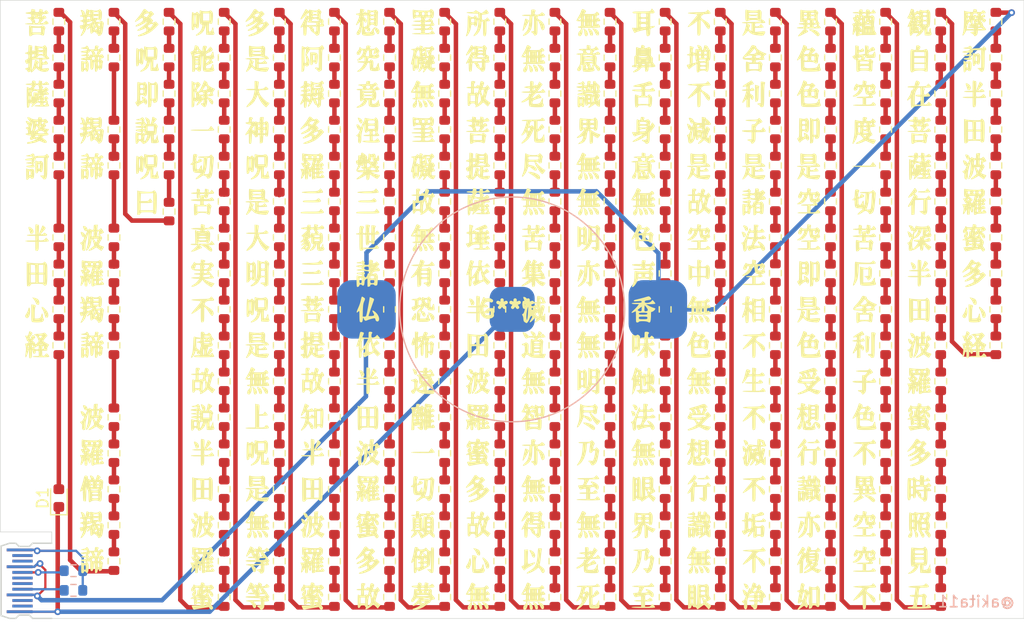
<source format=kicad_pcb>
(kicad_pcb (version 20211014) (generator pcbnew)
  (layers (0 "F.Cu" signal) (31 "B.Cu" signal) (34 "B.Paste" user) (35 "F.Paste" user) (36 "B.SilkS" user "B.Silkscreen") (37 "F.SilkS" user "F.Silkscreen") (38 "B.Mask" user) (39 "F.Mask" user) (44 "Edge.Cuts" user))
  (net 0 "")
  (net 1 "GND")
  (net 2 "Net-(D1-Pad2)")
  (net 3 "VDD")
  (net 4 "Net-(R1-Pad2)")
  (net 5 "Net-(R2-Pad2)")
  (net 6 "Net-(R3-Pad2)")
  (net 7 "Net-(R4-Pad2)")
  (net 8 "Net-(R5-Pad2)")
  (net 9 "Net-(R6-Pad2)")
  (net 10 "Net-(R7-Pad2)")
  (net 11 "Net-(R8-Pad2)")
  (net 12 "Net-(R10-Pad1)")
  (net 13 "Net-(R10-Pad2)")
  (net 14 "Net-(R11-Pad2)")
  (net 15 "Net-(R12-Pad2)")
  (net 16 "Net-(R13-Pad2)")
  (net 17 "Net-(R14-Pad2)")
  (net 18 "Net-(R15-Pad2)")
  (net 19 "Net-(R16-Pad2)")
  (net 20 "Net-(R17-Pad2)")
  (net 21 "Net-(R18-Pad2)")
  (net 22 "Net-(R19-Pad2)")
  (net 23 "Net-(R20-Pad2)")
  (net 24 "Net-(R21-Pad2)")
  (net 25 "Net-(R22-Pad2)")
  (net 26 "Net-(R23-Pad2)")
  (net 27 "Net-(R24-Pad2)")
  (net 28 "Net-(R25-Pad2)")
  (net 29 "Net-(R26-Pad2)")
  (net 30 "Net-(R27-Pad2)")
  (net 31 "Net-(R28-Pad2)")
  (net 32 "Net-(R29-Pad2)")
  (net 33 "Net-(R30-Pad2)")
  (net 34 "Net-(R31-Pad2)")
  (net 35 "Net-(R32-Pad2)")
  (net 36 "Net-(R33-Pad2)")
  (net 37 "Net-(R34-Pad2)")
  (net 38 "Net-(R35-Pad2)")
  (net 39 "Net-(R36-Pad2)")
  (net 40 "Net-(R37-Pad2)")
  (net 41 "Net-(R38-Pad2)")
  (net 42 "Net-(R39-Pad2)")
  (net 43 "Net-(R40-Pad2)")
  (net 44 "Net-(R41-Pad2)")
  (net 45 "Net-(R42-Pad2)")
  (net 46 "Net-(R43-Pad2)")
  (net 47 "Net-(R44-Pad2)")
  (net 48 "Net-(R45-Pad2)")
  (net 49 "Net-(R46-Pad2)")
  (net 50 "Net-(R47-Pad2)")
  (net 51 "Net-(R48-Pad2)")
  (net 52 "Net-(R49-Pad2)")
  (net 53 "Net-(R50-Pad2)")
  (net 54 "Net-(R51-Pad2)")
  (net 55 "Net-(R52-Pad2)")
  (net 56 "Net-(R53-Pad2)")
  (net 57 "Net-(R54-Pad2)")
  (net 58 "Net-(R55-Pad2)")
  (net 59 "Net-(R56-Pad2)")
  (net 60 "Net-(R57-Pad2)")
  (net 61 "Net-(R58-Pad2)")
  (net 62 "Net-(R59-Pad2)")
  (net 63 "Net-(R60-Pad2)")
  (net 64 "Net-(R61-Pad2)")
  (net 65 "Net-(R62-Pad2)")
  (net 66 "Net-(R63-Pad2)")
  (net 67 "Net-(R64-Pad2)")
  (net 68 "Net-(R65-Pad2)")
  (net 69 "Net-(R66-Pad2)")
  (net 70 "Net-(R67-Pad2)")
  (net 71 "Net-(R68-Pad2)")
  (net 72 "Net-(R69-Pad2)")
  (net 73 "Net-(R70-Pad2)")
  (net 74 "Net-(R71-Pad2)")
  (net 75 "Net-(R72-Pad2)")
  (net 76 "Net-(R73-Pad2)")
  (net 77 "Net-(R74-Pad2)")
  (net 78 "Net-(R75-Pad2)")
  (net 79 "Net-(R76-Pad2)")
  (net 80 "Net-(R77-Pad2)")
  (net 81 "Net-(R78-Pad2)")
  (net 82 "Net-(R79-Pad2)")
  (net 83 "Net-(R80-Pad2)")
  (net 84 "Net-(R81-Pad2)")
  (net 85 "Net-(R82-Pad2)")
  (net 86 "Net-(R83-Pad2)")
  (net 87 "Net-(R84-Pad2)")
  (net 88 "Net-(R85-Pad2)")
  (net 89 "Net-(R86-Pad2)")
  (net 90 "Net-(R87-Pad2)")
  (net 91 "Net-(R88-Pad2)")
  (net 92 "Net-(R89-Pad2)")
  (net 93 "Net-(R90-Pad2)")
  (net 94 "Net-(R91-Pad2)")
  (net 95 "Net-(R92-Pad2)")
  (net 96 "Net-(R93-Pad2)")
  (net 97 "Net-(R94-Pad2)")
  (net 98 "Net-(R95-Pad2)")
  (net 99 "Net-(R96-Pad2)")
  (net 100 "Net-(R97-Pad2)")
  (net 101 "Net-(R98-Pad2)")
  (net 102 "Net-(R100-Pad1)")
  (net 103 "Net-(R100-Pad2)")
  (net 104 "Net-(R101-Pad2)")
  (net 105 "Net-(R102-Pad2)")
  (net 106 "Net-(R103-Pad2)")
  (net 107 "Net-(R104-Pad2)")
  (net 108 "Net-(R105-Pad2)")
  (net 109 "Net-(R106-Pad2)")
  (net 110 "Net-(R107-Pad2)")
  (net 111 "Net-(R108-Pad2)")
  (net 112 "Net-(R109-Pad2)")
  (net 113 "Net-(R110-Pad2)")
  (net 114 "Net-(R111-Pad2)")
  (net 115 "Net-(R112-Pad2)")
  (net 116 "Net-(R113-Pad2)")
  (net 117 "Net-(R114-Pad2)")
  (net 118 "Net-(R115-Pad2)")
  (net 119 "Net-(R116-Pad2)")
  (net 120 "Net-(R117-Pad2)")
  (net 121 "Net-(R118-Pad2)")
  (net 122 "Net-(R119-Pad2)")
  (net 123 "Net-(R120-Pad2)")
  (net 124 "Net-(R121-Pad2)")
  (net 125 "Net-(R122-Pad2)")
  (net 126 "Net-(R123-Pad2)")
  (net 127 "Net-(R124-Pad2)")
  (net 128 "Net-(R125-Pad2)")
  (net 129 "Net-(R126-Pad2)")
  (net 130 "Net-(R127-Pad2)")
  (net 131 "Net-(R128-Pad2)")
  (net 132 "Net-(R129-Pad2)")
  (net 133 "Net-(R130-Pad2)")
  (net 134 "Net-(R131-Pad2)")
  (net 135 "Net-(R132-Pad2)")
  (net 136 "Net-(R133-Pad2)")
  (net 137 "Net-(R134-Pad2)")
  (net 138 "Net-(R135-Pad2)")
  (net 139 "Net-(R136-Pad2)")
  (net 140 "Net-(R137-Pad2)")
  (net 141 "Net-(R138-Pad2)")
  (net 142 "Net-(R139-Pad2)")
  (net 143 "Net-(R140-Pad2)")
  (net 144 "Net-(R141-Pad2)")
  (net 145 "Net-(R142-Pad2)")
  (net 146 "Net-(R143-Pad2)")
  (net 147 "Net-(R144-Pad2)")
  (net 148 "Net-(R145-Pad2)")
  (net 149 "Net-(R146-Pad2)")
  (net 150 "Net-(R147-Pad2)")
  (net 151 "Net-(R148-Pad2)")
  (net 152 "Net-(R149-Pad2)")
  (net 153 "Net-(R150-Pad2)")
  (net 154 "Net-(R151-Pad2)")
  (net 155 "Net-(R152-Pad2)")
  (net 156 "Net-(R153-Pad2)")
  (net 157 "Net-(R154-Pad2)")
  (net 158 "Net-(R155-Pad2)")
  (net 159 "Net-(R156-Pad2)")
  (net 160 "Net-(R157-Pad2)")
  (net 161 "Net-(R158-Pad2)")
  (net 162 "Net-(R159-Pad2)")
  (net 163 "Net-(R160-Pad2)")
  (net 164 "Net-(R161-Pad2)")
  (net 165 "Net-(R162-Pad2)")
  (net 166 "Net-(R163-Pad2)")
  (net 167 "Net-(R164-Pad2)")
  (net 168 "Net-(R165-Pad2)")
  (net 169 "Net-(R166-Pad2)")
  (net 170 "Net-(R167-Pad2)")
  (net 171 "Net-(R168-Pad2)")
  (net 172 "Net-(R169-Pad2)")
  (net 173 "Net-(R170-Pad2)")
  (net 174 "Net-(R171-Pad2)")
  (net 175 "Net-(R172-Pad2)")
  (net 176 "Net-(R173-Pad2)")
  (net 177 "Net-(R174-Pad2)")
  (net 178 "Net-(R175-Pad2)")
  (net 179 "Net-(R176-Pad2)")
  (net 180 "Net-(R177-Pad2)")
  (net 181 "Net-(R178-Pad2)")
  (net 182 "Net-(R179-Pad2)")
  (net 183 "Net-(R180-Pad2)")
  (net 184 "Net-(R181-Pad2)")
  (net 185 "Net-(R182-Pad2)")
  (net 186 "Net-(R183-Pad2)")
  (net 187 "Net-(R184-Pad2)")
  (net 188 "Net-(R185-Pad2)")
  (net 189 "Net-(R186-Pad2)")
  (net 190 "Net-(R187-Pad2)")
  (net 191 "Net-(R188-Pad2)")
  (net 192 "Net-(R189-Pad2)")
  (net 193 "Net-(R190-Pad2)")
  (net 194 "Net-(R191-Pad2)")
  (net 195 "Net-(R192-Pad2)")
  (net 196 "Net-(R193-Pad2)")
  (net 197 "Net-(R194-Pad2)")
  (net 198 "Net-(R195-Pad2)")
  (net 199 "Net-(R196-Pad2)")
  (net 200 "Net-(R197-Pad2)")
  (net 201 "Net-(R198-Pad2)")
  (net 202 "Net-(R199-Pad2)")
  (net 203 "Net-(R200-Pad2)")
  (net 204 "Net-(R201-Pad2)")
  (net 205 "Net-(R202-Pad2)")
  (net 206 "Net-(R203-Pad2)")
  (net 207 "Net-(R204-Pad2)")
  (net 208 "Net-(R205-Pad2)")
  (net 209 "Net-(R206-Pad2)")
  (net 210 "Net-(R207-Pad2)")
  (net 211 "Net-(R208-Pad2)")
  (net 212 "Net-(R209-Pad2)")
  (net 213 "Net-(R210-Pad2)")
  (net 214 "Net-(R211-Pad2)")
  (net 215 "Net-(R212-Pad2)")
  (net 216 "Net-(R213-Pad2)")
  (net 217 "Net-(R214-Pad2)")
  (net 218 "Net-(R215-Pad2)")
  (net 219 "Net-(R216-Pad2)")
  (net 220 "Net-(R217-Pad2)")
  (net 221 "Net-(R218-Pad2)")
  (net 222 "Net-(R219-Pad2)")
  (net 223 "Net-(R220-Pad2)")
  (net 224 "Net-(R221-Pad2)")
  (net 225 "Net-(R222-Pad2)")
  (net 226 "Net-(R223-Pad2)")
  (net 227 "Net-(R224-Pad2)")
  (net 228 "Net-(R225-Pad2)")
  (net 229 "Net-(R226-Pad2)")
  (net 230 "Net-(R227-Pad2)")
  (net 231 "Net-(R228-Pad2)")
  (net 232 "Net-(R229-Pad2)")
  (net 233 "Net-(R230-Pad2)")
  (net 234 "Net-(R231-Pad2)")
  (net 235 "Net-(R232-Pad2)")
  (net 236 "Net-(R233-Pad2)")
  (net 237 "Net-(R234-Pad2)")
  (net 238 "Net-(R235-Pad2)")
  (net 239 "Net-(R236-Pad2)")
  (net 240 "Net-(R237-Pad2)")
  (net 241 "Net-(R238-Pad2)")
  (net 242 "Net-(R239-Pad2)")
  (net 243 "Net-(R240-Pad2)")
  (net 244 "Net-(R241-Pad2)")
  (net 245 "Net-(R242-Pad2)")
  (net 246 "Net-(R243-Pad2)")
  (net 247 "Net-(R244-Pad2)")
  (net 248 "Net-(R245-Pad2)")
  (net 249 "Net-(R246-Pad2)")
  (net 250 "Net-(R247-Pad2)")
  (net 251 "Net-(R248-Pad2)")
  (net 252 "Net-(R249-Pad2)")
  (net 253 "Net-(R250-Pad2)")
  (net 254 "Net-(R251-Pad2)")
  (net 255 "Net-(R252-Pad2)")
  (net 256 "Net-(R253-Pad2)")
  (net 257 "Net-(R254-Pad2)")
  (net 258 "Net-(R255-Pad2)")
  (net 259 "Net-(R256-Pad2)")
  (net 260 "Net-(R257-Pad2)")
  (net 261 "Net-(R258-Pad2)")
  (net 262 "Net-(R259-Pad2)")
  (net 263 "Net-(R260-Pad2)")
  (net 264 "Net-(R261-Pad2)")
  (net 265 "Net-(R262-Pad2)")
  (net 266 "Net-(R263-Pad2)")
  (net 267 "Net-(R264-Pad2)")
  (net 268 "Net-(R265-Pad2)")
  (net 269 "Net-(R266-Pad2)")
  (net 270 "Net-(R267-Pad2)")
  (net 271 "Net-(R268-Pad2)")
  (net 272 "Net-(R269-Pad2)")
  (net 273 "Net-(R270-Pad2)")
  (net 274 "Net-(R271-Pad2)")
  (net 275 "Net-(R272-Pad2)")
  (net 276 "Net-(R273-Pad2)")
  (net 277 "Net-(R274-Pad2)")
  (net 278 "Net-(R275-Pad2)")
  (net 279 "/CC1")
  (net 280 "/CC2")
  (footprint "Resistor_SMD:R_0603_1608Metric" (layer "F.Cu") (at 68.9 30.7 -90)
    (fp_text reference "R71" hide)
    (fp_text value "2")
  )
  (footprint "Resistor_SMD:R_0603_1608Metric" (layer "F.Cu") (at 59.1 37.1 -90)
    (fp_text reference "R107" hide)
    (fp_text value "2")
  )
  (footprint "Resistor_SMD:R_0603_1608Metric" (layer "F.Cu") (at 34.6 37.1 -90)
    (fp_text reference "R192" hide)
    (fp_text value "2")
  )
  (footprint "Resistor_SMD:R_0603_1608Metric" (layer "F.Cu") (at 83.6 43.5 -90)
    (fp_text reference "R24" hide)
    (fp_text value "2")
  )
  (footprint "Resistor_SMD:R_0603_1608Metric" (layer "F.Cu") (at 10.1 46.7 -90)
    (fp_text reference "R266" hide)
    (fp_text value "2")
  )
  (footprint "Resistor_SMD:R_0603_1608Metric" (layer "F.Cu") (at 15 11.5 -90)
    (fp_text reference "R252" hide)
    (fp_text value "2")
  )
  (footprint "Resistor_SMD:R_0603_1608Metric" (layer "F.Cu") (at 5.2 14.7 -90)
    (fp_text reference "R272" hide)
    (fp_text value "2")
  )
  (footprint "Resistor_SMD:R_0603_1608Metric" (layer "F.Cu") (at 10.1 37.1 -90)
    (fp_text reference "R263" hide)
    (fp_text value "2")
  )
  (footprint "Resistor_SMD:R_0603_1608Metric" (layer "F.Cu") (at 5.2 30.7 -90)
    (fp_text reference "R276" hide)
    (fp_text value "2")
  )
  (footprint "Resistor_SMD:R_0603_1608Metric" (layer "F.Cu") (at 44.4 46.7 -90)
    (fp_text reference "R161" hide)
    (fp_text value "2")
  )
  (footprint "Resistor_SMD:R_0603_1608Metric" (layer "F.Cu") (at 44.4 33.9 -90)
    (fp_text reference "R157" hide)
    (fp_text value "2")
  )
  (footprint "Resistor_SMD:R_0603_1608Metric" (layer "F.Cu") (at 73.8 33.9 -90)
    (fp_text reference "R55" hide)
    (fp_text value "2")
  )
  (footprint "Resistor_SMD:R_0603_1608Metric" (layer "F.Cu") (at 64 49.9 -90)
    (fp_text reference "R94" hide)
    (fp_text value "2")
  )
  (footprint "Resistor_SMD:R_0603_1608Metric" (layer "F.Cu") (at 78.7 11.5 -90)
    (fp_text reference "R31" hide)
    (fp_text value "2")
  )
  (footprint "Resistor_SMD:R_0603_1608Metric" (layer "F.Cu") (at 19.9 8.3 -90)
    (fp_text reference "R234" hide)
    (fp_text value "2")
  )
  (footprint "Resistor_SMD:R_0603_1608Metric" (layer "F.Cu") (at 34.6 1.9 -90)
    (fp_text reference "R181" hide)
    (fp_text value "2")
  )
  (footprint "Resistor_SMD:R_0603_1608Metric" (layer "F.Cu") (at 5.2 1.9 -90)
    (fp_text reference "R268" hide)
    (fp_text value "2")
  )
  (footprint "Resistor_SMD:R_0603_1608Metric" (layer "F.Cu") (at 54.2 17.9 -90)
    (fp_text reference "R118" hide)
    (fp_text value "2")
  )
  (footprint "Resistor_SMD:R_0603_1608Metric" (layer "F.Cu") (at 44.4 30.7 -90)
    (fp_text reference "R156" hide)
    (fp_text value "2")
  )
  (footprint "Resistor_SMD:R_0603_1608Metric" (layer "F.Cu") (at 29.7 21.1 -90)
    (fp_text reference "R204" hide)
    (fp_text value "2")
  )
  (footprint "Resistor_SMD:R_0603_1608Metric" (layer "F.Cu") (at 24.8 53.1 -90)
    (fp_text reference "R231" hide)
    (fp_text value "2")
  )
  (footprint "Resistor_SMD:R_0603_1608Metric" (layer "F.Cu") (at 73.8 24.3 -90)
    (fp_text reference "R52" hide)
    (fp_text value "2")
  )
  (footprint "Resistor_SMD:R_0603_1608Metric" (layer "F.Cu") (at 59.1 49.9 -90)
    (fp_text reference "R111" hide)
    (fp_text value "2")
  )
  (footprint "Resistor_SMD:R_0603_1608Metric" (layer "F.Cu") (at 10.1 43.5 -90)
    (fp_text reference "R265" hide)
    (fp_text value "2")
  )
  (footprint "Resistor_SMD:R_0603_1608Metric" (layer "F.Cu") (at 39.5 17.9 -90)
    (fp_text reference "R169" hide)
    (fp_text value "2")
  )
  (footprint "Resistor_SMD:R_0603_1608Metric" (layer "F.Cu") (at 29.7 40.3 -90)
    (fp_text reference "R210" hide)
    (fp_text value "2")
  )
  (footprint "Resistor_SMD:R_0603_1608Metric" (layer "F.Cu") (at 68.9 53.1 -90)
    (fp_text reference "R78" hide)
    (fp_text value "2")
  )
  (footprint "Resistor_SMD:R_0603_1608Metric" (layer "F.Cu") (at 64 8.3 -90)
    (fp_text reference "R81" hide)
    (fp_text value "2")
  )
  (footprint "Resistor_SMD:R_0603_1608Metric" (layer "F.Cu") (at 68.9 24.275 -90)
    (fp_text reference "R69" hide)
    (fp_text value "2")
  )
  (footprint "Resistor_SMD:R_0603_1608Metric" (layer "F.Cu") (at 49.3 46.7 -90)
    (fp_text reference "R144" hide)
    (fp_text value "2")
  )
  (footprint "Resistor_SMD:R_0603_1608Metric" (layer "F.Cu") (at 49.3 43.5 -90)
    (fp_text reference "R143" hide)
    (fp_text value "2")
  )
  (footprint "Resistor_SMD:R_0603_1608Metric" (layer "F.Cu") (at 34.6 33.9 -90)
    (fp_text reference "R191" hide)
    (fp_text value "2")
  )
  (footprint "Resistor_SMD:R_0603_1608Metric" (layer "F.Cu") (at 24.8 14.7 -90)
    (fp_text reference "R219" hide)
    (fp_text value "2")
  )
  (footprint "Resistor_SMD:R_0603_1608Metric" (layer "F.Cu") (at 54.2 46.7 -90)
    (fp_text reference "R127" hide)
    (fp_text value "2")
  )
  (footprint "Resistor_SMD:R_0603_1608Metric" (layer "F.Cu") (at 29.7 43.5 -90)
    (fp_text reference "R211" hide)
    (fp_text value "2")
  )
  (footprint "Resistor_SMD:R_0603_1608Metric" (layer "F.Cu") (at 59.1 33.9 -90)
    (fp_text reference "R106" hide)
    (fp_text value "2")
  )
  (footprint "Resistor_SMD:R_0603_1608Metric" (layer "F.Cu") (at 44.4 27.5 -90)
    (fp_text reference "R155" hide)
    (fp_text value "2")
  )
  (footprint "Resistor_SMD:R_0603_1608Metric" (layer "F.Cu") (at 83.6 33.9 -90)
    (fp_text reference "R21" hide)
    (fp_text value "2")
  )
  (footprint "Resistor_SMD:R_0603_1608Metric" (layer "F.Cu") (at 83.6 30.7 -90)
    (fp_text reference "R20" hide)
    (fp_text value "2")
  )
  (footprint "Resistor_SMD:R_0603_1608Metric" (layer "F.Cu") (at 83.6 24.3 -90)
    (fp_text reference "R18" hide)
    (fp_text value "2")
  )
  (footprint "Resistor_SMD:R_0603_1608Metric" (layer "F.Cu") (at 29.7 27.5 -90)
    (fp_text reference "R206" hide)
    (fp_text value "2")
  )
  (footprint "Resistor_SMD:R_0603_1608Metric" (layer "F.Cu") (at 44.4 53.1 -90)
    (fp_text reference "R163" hide)
    (fp_text value "2")
  )
  (footprint "Resistor_SMD:R_0603_1608Metric" (layer "F.Cu") (at 24.8 11.5 -90)
    (fp_text reference "R218" hide)
    (fp_text value "2")
  )
  (footprint "Resistor_SMD:R_0603_1608Metric" (layer "F.Cu") (at 78.7 53.1 -90)
    (fp_text reference "R44" hide)
    (fp_text value "2")
  )
  (footprint "Resistor_SMD:R_0603_1608Metric" (layer "F.Cu") (at 68.9 27.5 -90)
    (fp_text reference "R70" hide)
    (fp_text value "2")
  )
  (footprint "Resistor_SMD:R_0603_1608Metric" (layer "F.Cu") (at 29.7 24.3 -90)
    (fp_text reference "R205" hide)
    (fp_text value "2")
  )
  (footprint "Resistor_SMD:R_0603_1608Metric" (layer "F.Cu") (at 24.8 24.3 -90)
    (fp_text reference "R222" hide)
    (fp_text value "2")
  )
  (footprint "Resistor_SMD:R_0603_1608Metric" (layer "F.Cu") (at 44.4 8.3 -90)
    (fp_text reference "R149" hide)
    (fp_text value "2")
  )
  (footprint "Resistor_SMD:R_0603_1608Metric" (layer "F.Cu") (at 64 46.7 -90)
    (fp_text reference "R93" hide)
    (fp_text value "2")
  )
  (footprint "Resistor_SMD:R_0603_1608Metric" (layer "F.Cu") (at 83.6 14.7 -90)
    (fp_text reference "R15" hide)
    (fp_text value "2")
  )
  (footprint "Resistor_SMD:R_0603_1608Metric" (layer "F.Cu") (at 34.6 17.9 -90)
    (fp_text reference "R186" hide)
    (fp_text value "2")
  )
  (footprint "Resistor_SMD:R_0603_1608Metric" (layer "F.Cu") (at 19.9 49.9 -90)
    (fp_text reference "R247" hide)
    (fp_text value "2")
  )
  (footprint "Resistor_SMD:R_0603_1608Metric" (layer "F.Cu") (at 78.7 33.9 -90)
    (fp_text reference "R38" hide)
    (fp_text value "2")
  )
  (footprint "Resistor_SMD:R_0603_1608Metric" (layer "F.Cu") (at 19.9 33.9 -90)
    (fp_text reference "R242" hide)
    (fp_text value "2")
  )
  (footprint "Resistor_SMD:R_0603_1608Metric" (layer "F.Cu") (at 73.8 11.5 -90)
    (fp_text reference "R48" hide)
    (fp_text value "2")
  )
  (footprint "Resistor_SMD:R_0603_1608Metric" (layer "F.Cu") (at 19.9 37.1 -90)
    (fp_text reference "R243" hide)
    (fp_text value "2")
  )
  (footprint "Resistor_SMD:R_0603_1608Metric" (layer "F.Cu") (at 49.3 30.7 -90)
    (fp_text reference "R139" hide)
    (fp_text value "2")
  )
  (footprint "Resistor_SMD:R_0603_1608Metric" (layer "F.Cu") (at 78.7 5.1 -90)
    (fp_text reference "R29" hide)
    (fp_text value "2")
  )
  (footprint "Resistor_SMD:R_0603_1608Metric" (layer "F.Cu") (at 10.1 11.5 -90)
    (fp_text reference "R257" hide)
    (fp_text value "2")
  )
  (footprint "Resistor_SMD:R_0603_1608Metric" (layer "F.Cu") (at 44.4 40.3 -90)
    (fp_text reference "R159" hide)
    (fp_text value "2")
  )
  (footprint "Resistor_SMD:R_0603_1608Metric" (layer "F.Cu") (at 88.5 14.7 -90)
    (fp_text reference "R5" hide)
    (fp_text value "2")
  )
  (footprint "Resistor_SMD:R_0603_1608Metric" (layer "F.Cu") (at 15 1.9 -90)
    (fp_text reference "R249" hide)
    (fp_text value "2")
  )
  (footprint "Resistor_SMD:R_0603_1608Metric" (layer "F.Cu") (at 59.1 1.9 -90)
    (fp_text reference "R96" hide)
    (fp_text value "2")
  )
  (footprint "Resistor_SMD:R_0603_1608Metric" (layer "F.Cu") (at 54.2 40.3 -90)
    (fp_text reference "R125" hide)
    (fp_text value "2")
  )
  (footprint "Resistor_SMD:R_0603_1608Metric" (layer "F.Cu") (at 83.6 27.5 -90)
    (fp_text reference "R19" hide)
    (fp_text value "2")
  )
  (footprint "Resistor_SMD:R_0603_1608Metric" (layer "F.Cu") (at 39.5 21.1 -90)
    (fp_text reference "R170" hide)
    (fp_text value "2")
  )
  (footprint "Resistor_SMD:R_0603_1608Metric" (layer "F.Cu") (at 59.1 17.9 -90)
    (fp_text reference "R101" hide)
    (fp_text value "2")
  )
  (footprint "Resistor_SMD:R_0603_1608Metric" (layer "F.Cu") (at 54.2 11.5 -90)
    (fp_text reference "R116" hide)
    (fp_text value "2")
  )
  (footprint "Resistor_SMD:R_0603_1608Metric" (layer "F.Cu") (at 19.9 17.9 -90)
    (fp_text reference "R237" hide)
    (fp_text value "2")
  )
  (footprint "akita:USB-C_PCBPLUG" (layer "F.Cu") (at 1.96825 51.65 180)
    (fp_text reference "CN2" hide)
    (fp_text value "CON_USB-CPCBPLUG" hide)
    (fp_line (start -2.6 -3.345) (end -0.9 -3.345) (layer "Edge.Cuts") (width 0.127))
    (fp_line (start 0.3 3.055) (end 0.6 3.345) (layer "Edge.Cuts") (width 0.127))
    (fp_line (start 0.6 -3.345) (end 1.15 -3.345) (layer "Edge.Cuts") (width 0.127))
    (fp_line (start -0.6 3.055) (end 0.3 3.055) (layer "Edge.Cuts") (width 0.127))
    (fp_line (start 1.9 3.095) (end 1.15 3.345) (layer "Edge.Cuts") (width 0.127))
    (fp_line (start 1.9 -3.095) (end 1.9 3.095) (layer "Edge.Cuts") (width 0.127))
    (fp_line (start -2.6 3.345) (end -0.9 3.345) (layer "Edge.Cuts") (width 0.127))
    (fp_line (start 1.15 -3.345) (end 1.9 -3.095) (layer "Edge.Cuts") (width 0.127))
    (fp_line (start 0.3 -3.045) (end 0.6 -3.345) (layer "Edge.Cuts") (width 0.127))
    (fp_line (start -0.9 3.345) (end -0.6 3.055) (layer "Edge.Cuts") (width 0.127))
    (fp_line (start 0.6 3.345) (end 1.15 3.345) (layer "Edge.Cuts") (width 0.127))
    (fp_line (start -0.9 -3.345) (end -0.6 -3.045) (layer "Edge.Cuts") (width 0.127))
    (fp_line (start -0.6 -3.045) (end 0.3 -3.045) (layer "Edge.Cuts") (width 0.127))
  )
  (footprint "Resistor_SMD:R_0603_1608Metric" (layer "F.Cu") (at 19.9 1.9 -90)
    (fp_text reference "R232" hide)
    (fp_text value "2")
  )
  (footprint "Resistor_SMD:R_0603_1608Metric" (layer "F.Cu") (at 24.8 27.5 -90)
    (fp_text reference "R223" hide)
    (fp_text value "2")
  )
  (footprint "Resistor_SMD:R_0603_1608Metric" (layer "F.Cu") (at 83.6 5.1 -90)
    (fp_text reference "R12" hide)
    (fp_text value "2")
  )
  (footprint "Resistor_SMD:R_0603_1608Metric" (layer "F.Cu") (at 44.4 49.9 -90)
    (fp_text reference "R162" hide)
    (fp_text value "2")
  )
  (footprint "Resistor_SMD:R_0603_1608Metric" (layer "F.Cu") (at 73.8 1.9 -90)
    (fp_text reference "R45" hide)
    (fp_text value "2")
  )
  (footprint "Resistor_SMD:R_0603_1608Metric" (layer "F.Cu") (at 73.8 40.3 -90)
    (fp_text reference "R57" hide)
    (fp_text value "2")
  )
  (footprint "Resistor_SMD:R_0603_1608Metric" (layer "F.Cu") (at 39.5 40.3 -90)
    (fp_text reference "R176" hide)
    (fp_text value "2")
  )
  (footprint "Resistor_SMD:R_0603_1608Metric" (layer "F.Cu") (at 44.4 21.1 -90)
    (fp_text reference "R153" hide)
    (fp_text value "2")
  )
  (footprint "Resistor_SMD:R_0603_1608Metric" (layer "F.Cu") (at 49.3 24.3 -90)
    (fp_text reference "R137" hide)
    (fp_text value "2")
  )
  (footprint "Resistor_SMD:R_0603_1608Metric" (layer "F.Cu") (at 19.9 46.7 -90)
    (fp_text reference "R246" hide)
    (fp_text value "2")
  )
  (footprint "Resistor_SMD:R_0603_1608Metric" (layer "F.Cu") (at 54.2 1.9 -90)
    (fp_text reference "R113" hide)
    (fp_text value "2")
  )
  (footprint "Resistor_SMD:R_0603_1608Metric" (layer "F.Cu") (at 39.5 5.1 -90)
    (fp_text reference "R165" hide)
    (fp_text value "2")
  )
  (footprint "Resistor_SMD:R_0603_1608Metric" (layer "F.Cu") (at 73.8 27.5 -90)
    (fp_text reference "R53" hide)
    (fp_text value "2")
  )
  (footprint "Resistor_SMD:R_0603_1608Metric" (layer "F.Cu") (at 73.8 8.3 -90)
    (fp_text reference "R47" hide)
    (fp_text value "2")
  )
  (footprint "Resistor_SMD:R_0603_1608Metric" (layer "F.Cu") (at 83.6 1.9 -90)
    (fp_text reference "R11" hide)
    (fp_text value "2")
  )
  (footprint "Resistor_SMD:R_0603_1608Metric" (layer "F.Cu") (at 19.9 43.5 -90)
    (fp_text reference "R245" hide)
    (fp_text value "2")
  )
  (footprint "Resistor_SMD:R_0603_1608Metric" (layer "F.Cu") (at 15 14.7 -90)
    (fp_text reference "R253" hide)
    (fp_text value "2")
  )
  (footprint "Resistor_SMD:R_0603_1608Metric" (layer "F.Cu") (at 73.8 49.9 -90)
    (fp_text reference "R60" hide)
    (fp_text value "2")
  )
  (footprint "Resistor_SMD:R_0603_1608Metric" (layer "F.Cu") (at 64 1.9 -90)
    (fp_text reference "R79" hide)
    (fp_text value "2")
  )
  (footprint "Resistor_SMD:R_0603_1608Metric" (layer "F.Cu") (at 49.3 40.3 -90)
    (fp_text reference "R142" hide)
    (fp_text value "2")
  )
  (footprint "Resistor_SMD:R_0603_1608Metric" (layer "F.Cu") (at 24.8 21.1 -90)
    (fp_text reference "R221" hide)
    (fp_text value "2")
  )
  (footprint "Resistor_SMD:R_0603_1608Metric" (layer "F.Cu") (at 68.9 49.9 -90)
    (fp_text reference "R77" hide)
    (fp_text value "2")
  )
  (footprint "Resistor_SMD:R_0603_1608Metric" (layer "F.Cu") (at 64 14.7 -90)
    (fp_text reference "R83" hide)
    (fp_text value "2")
  )
  (footprint "Resistor_SMD:R_0603_1608Metric" (layer "F.Cu") (at 59.1 5.1 -90)
    (fp_text reference "R97" hide)
    (fp_text value "2")
  )
  (footprint "Resistor_SMD:R_0603_1608Metric" (layer "F.Cu") (at 29.7 33.9 -90)
    (fp_text reference "R208" hide)
    (fp_text value "2")
  )
  (footprint "Resistor_SMD:R_0603_1608Metric" (layer "F.Cu") (at 88.5 8.3 -90)
    (fp_text reference "R3" hide)
    (fp_text value "2")
  )
  (footprint "Resistor_SMD:R_0603_1608Metric" (layer "F.Cu") (at 39.5 27.5 -90)
    (fp_text reference "R172" hide)
    (fp_text value "2")
  )
  (footprint "Resistor_SMD:R_0603_1608Metric" (layer "F.Cu") (at 78.7 1.9 -90)
    (fp_text reference "R28" hide)
    (fp_text value "2")
  )
  (footprint "Resistor_SMD:R_0603_1608Metric" (layer "F.Cu") (at 49.3 33.9 -90)
    (fp_text reference "R140" hide)
    (fp_text value "2")
  )
  (footprint "Resistor_SMD:R_0603_1608Metric" (layer "F.Cu") (at 44.4 24.3 -90)
    (fp_text reference "R154" hide)
    (fp_text value "2")
  )
  (footprint "Resistor_SMD:R_0603_1608Metric" (layer "F.Cu") (at 68.9 37.1 -90)
    (fp_text reference "R73" hide)
    (fp_text value "2")
  )
  (footprint "Resistor_SMD:R_0603_1608Metric" (layer "F.Cu") (at 29.7 37.1 -90)
    (fp_text reference "R209" hide)
    (fp_text value "2")
  )
  (footprint "Resistor_SMD:R_0603_1608Metric" (layer "F.Cu") (at 29.7 30.7 -90)
    (fp_text reference "R207" hide)
    (fp_text value "2")
  )
  (footprint "Resistor_SMD:R_0603_1608Metric" (layer "F.Cu") (at 29.7 5.1 -90)
    (fp_text reference "R199" hide)
    (fp_text value "2")
  )
  (footprint "Resistor_SMD:R_0603_1608Metric" (layer "F.Cu") (at 78.7 49.9 -90)
    (fp_text reference "R43" hide)
    (fp_text value "2")
  )
  (footprint "Resistor_SMD:R_0603_1608Metric" (layer "F.Cu") (at 24.8 49.9 -90)
    (fp_text reference "R230" hide)
    (fp_text value "2")
  )
  (footprint "Resistor_SMD:R_0603_1608Metric" (layer "F.Cu") (at 19.9 40.3 -90)
    (fp_text reference "R244" hide)
    (fp_text value "2")
  )
  (footprint "Resistor_SMD:R_0603_1608Metric" (layer "F.Cu") (at 78.7 43.5 -90)
    (fp_text reference "R41" hide)
    (fp_text value "2")
  )
  (footprint "Resistor_SMD:R_0603_1608Metric" (layer "F.Cu") (at 29.7 46.7 -90)
    (fp_text reference "R212" hide)
    (fp_text value "2")
  )
  (footprint "Resistor_SMD:R_0603_1608Metric" (layer "F.Cu") (at 68.9 33.9 -90)
    (fp_text reference "R72" hide)
    (fp_text value "2")
  )
  (footprint "Resistor_SMD:R_0603_1608Metric" (layer "F.Cu") (at 24.8 43.5 -90)
    (fp_text reference "R228" hide)
    (fp_text value "2")
  )
  (footprint "Resistor_SMD:R_0603_1608Metric" (layer "F.Cu") (at 39.5 37.1 -90)
    (fp_text reference "R175" hide)
    (fp_text value "2")
  )
  (footprint "Resistor_SMD:R_0603_1608Metric" (layer "F.Cu") (at 19.9 21.1 -90)
    (fp_text reference "R238" hide)
    (fp_text value "2")
  )
  (footprint "Resistor_SMD:R_0603_1608Metric" (layer "F.Cu") (at 73.8 37.1 -90)
    (fp_text reference "R56" hide)
    (fp_text value "2")
  )
  (footprint "Resistor_SMD:R_0603_1608Metric" (layer "F.Cu") (at 29.7 49.9 -90)
    (fp_text reference "R213" hide)
    (fp_text value "2")
  )
  (footprint "Resistor_SMD:R_0603_1608Metric" (layer "F.Cu") (at 34.6 53.1 -90)
    (fp_text reference "R197" hide)
    (fp_text value "2")
  )
  (footprint "Resistor_SMD:R_0603_1608Metric" (layer "F.Cu") (at 44.4 14.7 -90)
    (fp_text reference "R151" hide)
    (fp_text value "2")
  )
  (footprint "Resistor_SMD:R_0603_1608Metric" (layer "F.Cu") (at 39.5 46.7 -90)
    (fp_text reference "R178" hide)
    (fp_text value "2")
  )
  (footprint "Resistor_SMD:R_0603_1608Metric" (layer "F.Cu") (at 73.8 46.7 -90)
    (fp_text reference "R59" hide)
    (fp_text value "2")
  )
  (footprint "Resistor_SMD:R_0603_1608Metric" (layer "F.Cu") (at 54.2 37.1 -90)
    (fp_text reference "R124" hide)
    (fp_text value "2")
  )
  (footprint "Resistor_SMD:R_0603_1608Metric" (layer "F.Cu") (at 83.6 11.5 -90)
    (fp_text reference "R14" hide)
    (fp_text value "2")
  )
  (footprint "Resistor_SMD:R_0603_1608Metric" (layer "F.Cu") (at 29.7 1.9 -90)
    (fp_text reference "R198" hide)
    (fp_text value "2")
  )
  (footprint "Resistor_SMD:R_0603_1608Metric" (layer "F.Cu") (at 24.8 30.7 -90)
    (fp_text reference "R224" hide)
    (fp_text value "2")
  )
  (footprint "Resistor_SMD:R_0603_1608Metric" (layer "F.Cu") (at 59.1 8.3 -90)
    (fp_text reference "R98" hide)
    (fp_text value "2")
  )
  (footprint "Resistor_SMD:R_0603_1608Metric" (layer "F.Cu") (at 44.4 37.1 -90)
    (fp_text reference "R158" hide)
    (fp_text value "2")
  )
  (footprint "Resistor_SMD:R_0603_1608Metric" (layer "F.Cu") (at 78.7 8.3 -90)
    (fp_text reference "R30" hide)
    (fp_text value "2")
  )
  (footprint "Resistor_SMD:R_0603_1608Metric" (layer "F.Cu") (at 49.3 17.9 -90)
    (fp_text reference "R135" hide)
    (fp_text value "2")
  )
  (footprint "Resistor_SMD:R_0603_1608Metric" (layer "F.Cu") (at 39.5 8.3 -90)
    (fp_text reference "R166" hide)
    (fp_text value "2")
  )
  (footprint "Resistor_SMD:R_0603_1608Metric" (layer "F.Cu") (at 83.6 8.3 -90)
    (fp_text reference "R13" hide)
    (fp_text value "2")
  )
  (footprint "Resistor_SMD:R_0603_1608Metric" (layer "F.Cu") (at 10.1 1.9 -90)
    (fp_text reference "R255" hide)
    (fp_text value "2")
  )
  (footprint "Resistor_SMD:R_0603_1608Metric" (layer "F.Cu") (at 10.1 49.9 -90)
    (fp_text reference "R267" hide)
    (fp_text value "2")
  )
  (footprint "Resistor_SMD:R_0603_1608Metric" (layer "F.Cu") (at 78.7 46.7 -90)
    (fp_text reference "R42" hide)
    (fp_text value "2")
  )
  (footprint "Resistor_SMD:R_0603_1608Metric" (layer "F.Cu") (at 83.6 49.9 -90)
    (fp_text reference "R26" hide)
    (fp_text value "2")
  )
  (footprint "Resistor_SMD:R_0603_1608Metric" (layer "F.Cu") (at 5.2 8.3 -90)
    (fp_text reference "R270" hide)
    (fp_text value "2")
  )
  (footprint "Resistor_SMD:R_0603_1608Metric" (layer "F.Cu") (at 34.6 24.3 -90)
    (fp_text reference "R188" hide)
    (fp_text value "2")
  )
  (footprint "Resistor_SMD:R_0603_1608Metric" (layer "F.Cu") (at 29.7 11.5 -90)
    (fp_text reference "R201" hide)
    (fp_text value "2")
  )
  (footprint "Resistor_SMD:R_0603_1608Metric" (layer "F.Cu") (at 83.6 40.3 -90)
    (fp_text reference "R23" hide)
    (fp_text value "2")
  )
  (footprint "Resistor_SMD:R_0603_1608Metric" (layer "F.Cu") (at 68.9 8.3 -90)
    (fp_text reference "R64" hide)
    (fp_text value "2")
  )
  (footprint "Resistor_SMD:R_0603_1608Metric" (layer "F.Cu") (at 73.8 17.9 -90)
    (fp_text reference "R50" hide)
    (fp_text value "2")
  )
  (footprint "Resistor_SMD:R_0603_1608Metric" (layer "F.Cu") (at 44.4 1.9 -90)
    (fp_text reference "R147" hide)
    (fp_text value "2")
  )
  (footprint "Resistor_SMD:R_0603_1608Metric" (layer "F.Cu") (at 15 18.8 -90)
    (fp_text reference "R254" hide)
    (fp_text value "2")
  )
  (footprint "Resistor_SMD:R_0603_1608Metric" (layer "F.Cu") (at 49.3 1.9 -90)
    (fp_text reference "R130" hide)
    (fp_text value "2")
  )
  (footprint "Resistor_SMD:R_0603_1608Metric" (layer "F.Cu") (at 49.3 27.5 -90)
    (fp_text reference "R138" hide)
    (fp_text value "2")
  )
  (footprint "Resistor_SMD:R_0603_1608Metric" (layer "F.Cu") (at 24.8 33.9 -90)
    (fp_text reference "R225" hide)
    (fp_text value "2")
  )
  (footprint "Resistor_SMD:R_0603_1608Metric" (layer "F.Cu") (at 54.2 33.9 -90)
    (fp_text reference "R123" hide)
    (fp_text value "2")
  )
  (footprint "Resistor_SMD:R_0603_1608Metric" (layer "F.Cu") (at 49.3 11.5 -90)
    (fp_text reference "R133" hide)
    (fp_text value "2")
  )
  (footprint "Resistor_SMD:R_0603_1608Metric" (layer "F.Cu") (at 34.6 5.1 -90)
    (fp_text reference "R182" hide)
    (fp_text value "2")
  )
  (footprint "Resistor_SMD:R_0603_1608Metric" (layer "F.Cu") (at 73.8 5.1 -90)
    (fp_text reference "R46" hide)
    (fp_text value "2")
  )
  (footprint "Resistor_SMD:R_0603_1608Metric" (layer "F.Cu") (at 49.3 37.1 -90)
    (fp_text reference "R141" hide)
    (fp_text value "2")
  )
  (footprint "Resistor_SMD:R_0603_1608Metric" (layer "F.Cu") (at 15 8.3 -90)
    (fp_text reference "R251" hide)
    (fp_text value "2")
  )
  (footprint "Resistor_SMD:R_0603_1608Metric" (layer "F.Cu") (at 44.4 11.5 -90)
    (fp_text reference "R150" hide)
    (fp_text value "2")
  )
  (footprint "Resistor_SMD:R_0603_1608Metric" (layer "F.Cu") (at 78.7 27.5 -90)
    (fp_text reference "R36" hide)
    (fp_text value "2")
  )
  (footprint "Resistor_SMD:R_0603_1608Metric" (layer "F.Cu") (at 19.9 11.5 -90)
    (fp_text reference "R235" hide)
    (fp_text value "2")
  )
  (footprint "Resistor_SMD:R_0603_1608Metric" (layer "F.Cu") (at 68.9 11.5 -90)
    (fp_text reference "R65" hide)
    (fp_text value "2")
  )
  (footprint "Resistor_SMD:R_0603_1608Metric" (layer "F.Cu") (at 10.1 5.1 -90)
    (fp_text reference "R256" hide)
    (fp_text value "2")
  )
  (footprint "Resistor_SMD:R_0603_1608Metric" (layer "F.Cu") (at 54.2 21.1 -90)
    (fp_text reference "R119" hide)
    (fp_text value "2")
  )
  (footprint "Resistor_SMD:R_0603_1608Metric" (layer "F.Cu") (at 78.7 24.3 -90)
    (fp_text reference "R35" hide)
    (fp_text value "2")
  )
  (footprint "Resistor_SMD:R_0603_1608Metric" (layer "F.Cu") (at 68.9 40.3 -90)
    (fp_text reference "R74" hide)
    (fp_text value "2")
  )
  (footprint "Resistor_SMD:R_0603_1608Metric" (layer "F.Cu") (at 59.1 40.3 -90)
    (fp_text reference "R108" hide)
    (fp_text value "2")
  )
  (footprint "Resistor_SMD:R_0603_1608Metric" (layer "F.Cu") (at 19.9 30.7 -90)
    (fp_text reference "R241" hide)
    (fp_text value "2")
  )
  (footprint "Resistor_SMD:R_0603_1608Metric" (layer "F.Cu") (at 34.6 43.5 -90)
    (fp_text reference "R194" hide)
    (fp_text value "2")
  )
  (footprint "Resistor_SMD:R_0603_1608Metric" (layer "F.Cu") (at 19.9 27.5 -90)
    (fp_text reference "R240" hide)
    (fp_text value "2")
  )
  (footprint "Resistor_SMD:R_0603_1608Metric" (layer "F.Cu") (at 88.5 27.5 -90)
    (fp_text reference "R9" hide)
    (fp_text value "2")
  )
  (footprint "Resistor_SMD:R_0603_1608Metric" (layer "F.Cu") (at 68.9 21.1 -90)
    (fp_text reference "R68" hide)
    (fp_text value "2")
  )
  (footprint "Resistor_SMD:R_0603_1608Metric" (layer "F.Cu") (at 64 5.1 -90)
    (fp_text reference "R80" hide)
    (fp_text value "2")
  )
  (footprint "Resistor_SMD:R_0603_1608Metric" (layer "F.Cu") (at 78.7 37.1 -90)
    (fp_text reference "R39" hide)
    (fp_text value "2")
  )
  (footprint "Resistor_SMD:R_0603_1608Metric" (layer "F.Cu") (at 49.3 8.3 -90)
    (fp_text reference "R132" hide)
    (fp_text value "2")
  )
  (footprint "Resistor_SMD:R_0603_1608Metric" (layer "F.Cu") (at 73.8 43.5 -90)
    (fp_text reference "R58" hide)
    (fp_text value "2")
  )
  (footprint "Resistor_SMD:R_0603_1608Metric" (layer "F.Cu") (at 54.2 53.1 -90)
    (fp_text reference "R129" hide)
    (fp_text value "2")
  )
  (footprint "Resistor_SMD:R_0603_1608Metric" (layer "F.Cu") (at 5.2 24.3 -90)
    (fp_text reference "R274" hide)
    (fp_text value "2")
  )
  (footprint "Resistor_SMD:R_0603_1608Metric" (layer "F.Cu") (at 73.8 30.7 -90)
    (fp_text reference "R54" hide)
    (fp_text value "2")
  )
  (footprint "Resistor_SMD:R_0603_1608Metric" (layer "F.Cu") (at 78.7 30.7 -90)
    (fp_text reference "R37" hide)
    (fp_text value "2")
  )
  (footprint "Resistor_SMD:R_0603_1608Metric" (layer "F.Cu") (at 5.2 11.5 -90)
    (fp_text reference "R271" hide)
    (fp_text value "2")
  )
  (footprint "Resistor_SMD:R_0603_1608Metric" (layer "F.Cu") (at 24.8 1.9 -90)
    (fp_text reference "R215" hide)
    (fp_text value "2")
  )
  (footprint "Resistor_SMD:R_0603_1608Metric" (layer "F.Cu") (at 59.1 27.5 -90)
    (fp_text reference "R104" hide)
    (fp_text value "2")
  )
  (footprint "Resistor_SMD:R_0603_1608Metric" (layer "F.Cu") (at 10.1 40.3 -90)
    (fp_text reference "R264" hide)
    (fp_text value "2")
  )
  (footprint "Resistor_SMD:R_0603_1608Metric" (layer "F.Cu") (at 88.5 30.7 -90)
    (fp_text reference "R10" hide)
    (fp_text value "2")
  )
  (footprint "Resistor_SMD:R_0603_1608Metric" (layer "F.Cu") (at 64 11.5 -90)
    (fp_text reference "R82" hide)
    (fp_text value "2")
  )
  (footprint "Resistor_SMD:R_0603_1608Metric" (layer "F.Cu") (at 54.2 27.5 -90)
    (fp_text reference "R121" hide)
    (fp_text value "2")
  )
  (footprint "Resistor_SMD:R_0603_1608Metric" (layer "F.Cu") (at 68.9 43.5 -90)
    (fp_text reference "R75" hide)
    (fp_text value "2")
  )
  (footprint "Resistor_SMD:R_0603_1608Metric" (layer "F.Cu") (at 83.6 21.1 -90)
    (fp_text reference "R17" hide)
    (fp_text value "2")
  )
  (footprint "Resistor_SMD:R_0603_1608Metric" (layer "F.Cu") (at 10.1 27.5 -90)
    (fp_text reference "R261" hide)
    (fp_text value "2")
  )
  (footprint "Resistor_SMD:R_0603_1608Metric" (layer "F.Cu") (at 73.8 53.1 -90)
    (fp_text reference "R61" hide)
    (fp_text value "2")
  )
  (footprint "Resistor_SMD:R_0603_1608Metric" (layer "F.Cu") (at 64 24.3 -90)
    (fp_text reference "R86" hide)
    (fp_text value "2")
  )
  (footprint "Resistor_SMD:R_0603_1608Metric" (layer "F.Cu") (at 59.1 14.7 -90)
    (fp_text reference "R100" hide)
    (fp_text value "2")
  )
  (footprint "Resistor_SMD:R_0603_1608Metric" (layer "F.Cu") (at 10.1 24.3 -90)
    (fp_text reference "R260" hide)
    (fp_text value "2")
  )
  (footprint "Resistor_SMD:R_0603_1608Metric" (layer "F.Cu") (at 49.3 14.7 -90)
    (fp_text reference "R134" hide)
    (fp_text value "2")
  )
  (footprint "Resistor_SMD:R_0603_1608Metric" (layer "F.Cu") (at 54.2 14.7 -90)
    (fp_text reference "R117" hide)
    (fp_text value "2")
  )
  (footprint "Resistor_SMD:R_0603_1608Metric" (layer "F.Cu") (at 73.8 14.7 -90)
    (fp_text reference "R49" hide)
    (fp_text value "2")
  )
  (footprint "Resistor_SMD:R_0603_1608Metric" (layer "F.Cu") (at 88.5 5.1 -90)
    (fp_text reference "R2" hide)
    (fp_text value "2")
  )
  (footprint "Resistor_SMD:R_0603_1608Metric" (layer "F.Cu") (at 34.6 8.3 -90)
    (fp_text reference "R183" hide)
    (fp_text value "2")
  )
  (footprint "Resistor_SMD:R_0603_1608Metric" (layer "F.Cu") (at 39.5 33.9 -90)
    (fp_text reference "R174" hide)
    (fp_text value "2")
  )
  (footprint "Resistor_SMD:R_0603_1608Metric" (layer "F.Cu") (at 54.2 43.5 -90)
    (fp_text reference "R126" hide)
    (fp_text value "2")
  )
  (footprint "Resistor_SMD:R_0603_1608Metric" (layer "F.Cu") (at 59.1 46.7 -90)
    (fp_text reference "R110" hide)
    (fp_text value "2")
  )
  (footprint "Resistor_SMD:R_0603_1608Metric" (layer "F.Cu") (at 10.1 21.1 -90)
    (fp_text reference "R259" hide)
    (fp_text value "2")
  )
  (footprint "Resistor_SMD:R_0603_1608Metric" (layer "F.Cu") (at 44.4 5.1 -90)
    (fp_text reference "R148" hide)
    (fp_text value "2")
  )
  (footprint "Resistor_SMD:R_0603_1608Metric" (layer "F.Cu") (at 73.8 21.1 -90)
    (fp_text reference "R51" hide)
    (fp_text value "2")
  )
  (footprint "Resistor_SMD:R_0603_1608Metric" (layer "F.Cu") (at 88.5 11.5 -90)
    (fp_text reference "R4" hide)
    (fp_text value "2")
  )
  (footprint "Resistor_SMD:R_0603_1608Metric" (layer "F.Cu") (at 24.8 46.7 -90)
    (fp_text reference "R229" hide)
    (fp_text value "2")
  )
  (footprint "Resistor_SMD:R_0603_1608Metric" (layer "F.Cu") (at 44.4 17.9 -90)
    (fp_text reference "R152" hide)
    (fp_text value "2")
  )
  (footprint "Resistor_SMD:R_0603_1608Metric" (layer "F.Cu") (at 24.8 17.9 -90)
    (fp_text reference "R220" hide)
    (fp_text value "2")
  )
  (footprint "Resistor_SMD:R_0603_1608Metric" (layer "F.Cu") (at 29.7 14.7 -90)
    (fp_text reference "R202" hide)
    (fp_text value "2")
  )
  (footprint "Resistor_SMD:R_0603_1608Metric" (layer "F.Cu") (at 68.9 17.9 -90)
    (fp_text reference "R67" hide)
    (fp_text value "2")
  )
  (footprint "Resistor_SMD:R_0603_1608Metric" (layer "F.Cu") (at 39.5 11.5 -90)
    (fp_text reference "R167" hide)
    (fp_text value "2")
  )
  (footprint "Resistor_SMD:R_0603_1608Metric" (layer "F.Cu") (at 19.9 53.1 -90)
    (fp_text reference "R248" hide)
    (fp_text value "2")
  )
  (footprint "Resistor_SMD:R_0603_1608Metric" (layer "F.Cu") (at 49.3 5.1 -90)
    (fp_text reference "R131" hide)
    (fp_text value "2")
  )
  (footprint "Resistor_SMD:R_0603_1608Metric" (layer "F.Cu") (at 88.5 24.3 -90)
    (fp_text reference "R8" hide)
    (fp_text value "2")
  )
  (footprint "Resistor_SMD:R_0603_1608Metric" (layer "F.Cu") (at 39.5 1.9 -90)
    (fp_text reference "R164" hide)
    (fp_text value "2")
  )
  (footprint "Resistor_SMD:R_0603_1608Metric" (layer "F.Cu") (at 59.1 43.5 -90)
    (fp_text reference "R109" hide)
    (fp_text value "2")
  )
  (footprint "Resistor_SMD:R_0603_1608Metric" (layer "F.Cu") (at 19.9 14.7 -90)
    (fp_text reference "R236" hide)
    (fp_text value "2")
  )
  (footprint "Resistor_SMD:R_0603_1608Metric" (layer "F.Cu") (at 39.5 53.1 -90)
    (fp_text reference "R180" hide)
    (fp_text value "2")
  )
  (footprint "Resistor_SMD:R_0603_1608Metric" (layer "F.Cu") (at 34.6 21.1 -90)
    (fp_text reference "R187" hide)
    (fp_text value "2")
  )
  (footprint "Resistor_SMD:R_0603_1608Metric" (layer "F.Cu") (at 64 53.1 -90)
    (fp_text reference "R95" hide)
    (fp_text value "2")
  )
  (footprint "Resistor_SMD:R_0603_1608Metric" (layer "F.Cu") (at 49.3 49.9 -90)
    (fp_text reference "R145" hide)
    (fp_text value "2")
  )
  (footprint "Resistor_SMD:R_0603_1608Metric" (layer "F.Cu") (at 15 5.1 -90)
    (fp_text reference "R250" hide)
    (fp_text value "2")
  )
  (footprint "Resistor_SMD:R_0603_1608Metric" (layer "F.Cu") (at 54.2 30.7 -90)
    (fp_text reference "R122" hide)
    (fp_text value "2")
  )
  (footprint "Resistor_SMD:R_0603_1608Metric" (layer "F.Cu") (at 68.9 46.7 -90)
    (fp_text reference "R76" hide)
    (fp_text value "2")
  )
  (footprint "Resistor_SMD:R_0603_1608Metric" (layer "F.Cu") (at 5.2 27.5 -90)
    (fp_text reference "R275" hide)
    (fp_text value "2")
  )
  (footprint "Resistor_SMD:R_0603_1608Metric" (layer "F.Cu") (at 88.5 1.9 -90)
    (fp_text reference "R1" hide)
    (fp_text value "2")
  )
  (footprint "Resistor_SMD:R_0603_1608Metric" (layer "F.Cu") (at 39.5 24.3 -90)
    (fp_text reference "R171" hide)
    (fp_text value "2")
  )
  (footprint "Resistor_SMD:R_0603_1608Metric" (layer "F.Cu") (at 29.7 8.3 -90)
    (fp_text reference "R200" hide)
    (fp_text value "2")
  )
  (footprint "Resistor_SMD:R_0603_1608Metric" (layer "F.Cu") (at 78.7 14.7 -90)
    (fp_text reference "R32" hide)
    (fp_text value "2")
  )
  (footprint "LED_SMD:LED_0603_1608Metric" (layer "F.Cu") (at 5.2 44.2875 90)
    (fp_text reference "D1")
    (fp_text value "LED")
  )
  (footprint "Resistor_SMD:R_0603_1608Metric" (layer "F.Cu") (at 10.1 14.7 -90)
    (fp_text reference "R258" hide)
    (fp_text value "2")
  )
  (footprint "Resistor_SMD:R_0603_1608Metric" (layer "F.Cu") (at 24.8 40.3 -90)
    (fp_text reference "R227" hide)
    (fp_text value "2")
  )
  (footprint "Resistor_SMD:R_0603_1608Metric" (layer "F.Cu") (at 54.2 24.3 -90)
    (fp_text reference "R120" hide)
    (fp_text value "2")
  )
  (footprint "Resistor_SMD:R_0603_1608Metric" (layer "F.Cu") (at 64 33.9 -90)
    (fp_text reference "R89" hide)
    (fp_text value "2")
  )
  (footprint "Resistor_SMD:R_0603_1608Metric" (layer "F.Cu") (at 34.6 30.7 -90)
    (fp_text reference "R190" hide)
    (fp_text value "2")
  )
  (footprint "Resistor_SMD:R_0603_1608Metric" (layer "F.Cu") (at 68.9 1.9 -90)
    (fp_text reference "R62" hide)
    (fp_text value "2")
  )
  (footprint "Resistor_SMD:R_0603_1608Metric" (layer "F.Cu") (at 5.2 21.1 -90)
    (fp_text reference "R273" hide)
    (fp_text value "2")
  )
  (footprint "Resistor_SMD:R_0603_1608Metric" (layer "F.Cu") (at 19.9 24.3 -90)
    (fp_text reference "R239" hide)
    (fp_text value "2")
  )
  (footprint "Resistor_SMD:R_0603_1608Metric" (layer "F.Cu") (at 59.1 30.7 -90)
    (fp_text reference "R105" hide)
    (fp_text value "2")
  )
  (footprint "Resistor_SMD:R_0603_1608Metric" (layer "F.Cu") (at 19.9 5.1 -90)
    (fp_text reference "R233" hide)
    (fp_text value "2")
  )
  (footprint "Resistor_SMD:R_0603_1608Metric" (layer "F.Cu") (at 29.7 53.1 -90)
    (fp_text reference "R214" hide)
    (fp_text value "2")
  )
  (footprint "Resistor_SMD:R_0603_1608Metric" (layer "F.Cu") (at 64 43.5 -90)
    (fp_text reference "R92" hide)
    (fp_text value "2")
  )
  (footprint "Resistor_SMD:R_0603_1608Metric" (layer "F.Cu") (at 78.7 17.9 -90)
    (fp_text reference "R33" hide)
    (fp_text value "2")
  )
  (footprint "Resistor_SMD:R_0603_1608Metric" (layer "F.Cu") (at 64 37.1 -90)
    (fp_text reference "R90" hide)
    (fp_text value "2")
  )
  (footprint "Resistor_SMD:R_0603_1608Metric" (layer "F.Cu") (at 49.3 53.1 -90)
    (fp_text reference "R146" hide)
    (fp_text value "2")
  )
  (footprint "Resistor_SMD:R_0603_1608Metric" (layer "F.Cu") (at 83.6 17.9 -90)
    (fp_text reference "R16" hide)
    (fp_text value "2")
  )
  (footprint "Resistor_SMD:R_0603_1608Metric" (layer "F.Cu") (at 34.6 46.7 -90)
    (fp_text reference "R195" hide)
    (fp_text value "2")
  )
  (footprint "LOGO" (layer "F.Cu") (at 45 27.5)
    (fp_text reference "G***")
    (fp_text value "LOGO" hide)
  )
  (footprint "Resistor_SMD:R_0603_1608Metric" (layer "F.Cu") (at 83.6 46.7 -90)
    (fp_text reference "R25" hide)
    (fp_text value "2")
  )
  (footprint "Resistor_SMD:R_0603_1608Metric" (layer "F.Cu") (at 49.3 21.1 -90)
    (fp_text reference "R136" hide)
    (fp_text value "2")
  )
  (footprint "Resistor_SMD:R_0603_1608Metric" (layer "F.Cu") (at 88.5 21.1 -90)
    (fp_text reference "R7" hide)
    (fp_text value "2")
  )
  (footprint "Resistor_SMD:R_0603_1608Metric" (layer "F.Cu") (at 59.1 24.3 -90)
    (fp_text reference "R103" hide)
    (fp_text value "2")
  )
  (footprint "Resistor_SMD:R_0603_1608Metric" (layer "F.Cu") (at 68.9 5.1 -90)
    (fp_text reference "R63" hide)
    (fp_text value "2")
  )
  (footprint "Resistor_SMD:R_0603_1608Metric" (layer "F.Cu") (at 64 30.7 -90)
    (fp_text reference "R88" hide)
    (fp_text value "2")
  )
  (footprint "Resistor_SMD:R_0603_1608Metric" (layer "F.Cu") (at 44.4 43.5 -90)
    (fp_text reference "R160" hide)
    (fp_text value "2")
  )
  (footprint "Resistor_SMD:R_0603_1608Metric" (layer "F.Cu") (at 54.2 5.1 -90)
    (fp_text reference "R114" hide)
    (fp_text value "2")
  )
  (footprint "Resistor_SMD:R_0603_1608Metric" (layer "F.Cu") (at 78.7 40.3 -90)
    (fp_text reference "R40" hide)
    (fp_text value "2")
  )
  (footprint "Resistor_SMD:R_0603_1608Metric" (layer "F.Cu") (at 78.7 21.1 -90)
    (fp_text reference "R34" hide)
    (fp_text value "2")
  )
  (footprint "Resistor_SMD:R_0603_1608Metric" (layer "F.Cu") (at 24.8 8.3 -90)
    (fp_text reference "R217" hide)
    (fp_text value "2")
  )
  (footprint "Resistor_SMD:R_0603_1608Metric" (layer "F.Cu") (at 59.1 21.1 -90)
    (fp_text reference "R102" hide)
    (fp_text value "2")
  )
  (footprint "Resistor_SMD:R_0603_1608Metric" (layer "F.Cu") (at 39.5 43.5 -90)
    (fp_text reference "R177" hide)
    (fp_text value "2")
  )
  (footprint "Resistor_SMD:R_0603_1608Metric" (layer "F.Cu") (at 34.6 11.5 -90)
    (fp_text reference "R184" hide)
    (fp_text value "2")
  )
  (footprint "Resistor_SMD:R_0603_1608Metric" (layer "F.Cu") (at 39.5 30.7 -90)
    (fp_text reference "R173" hide)
    (fp_text value "2")
  )
  (footprint "Resistor_SMD:R_0603_1608Metric" (layer "F.Cu") (at 59.1 11.5 -90)
    (fp_text reference "R99" hide)
    (fp_text value "2")
  )
  (footprint "Resistor_SMD:R_0603_1608Metric" (layer "F.Cu") (at 5.2 5.1 -90)
    (fp_text reference "R269" hide)
    (fp_text value "2")
  )
  (footprint "Resistor_SMD:R_0603_1608Metric" (layer "F.Cu") (at 83.6 37.1 -90)
    (fp_text reference "R22" hide)
    (fp_text value "2")
  )
  (footprint "Resistor_SMD:R_0603_1608Metric" (layer "F.Cu") (at 29.7 17.9 -90)
    (fp_text reference "R203" hide)
    (fp_text value "2")
  )
  (footprint "Resistor_SMD:R_0603_1608Metric" (layer "F.Cu") (at 24.8 5.1 -90)
    (fp_text reference "R216" hide)
    (fp_text value "2")
  )
  (footprint "Resistor_SMD:R_0603_1608Metric" (layer "F.Cu") (at 59.1 53.1 -90)
    (fp_text reference "R112" hide)
    (fp_text value "2")
  )
  (footprint "Resistor_SMD:R_0603_1608Metric" (layer "F.Cu") (at 64 17.9 -90)
    (fp_text reference "R84" hide)
    (fp_text value "2")
  )
  (footprint "Resistor_SMD:R_0603_1608Metric" (layer "F.Cu") (at 34.6 49.9 -90)
    (fp_text reference "R196" hide)
    (fp_text value "2")
  )
  (footprint "Resistor_SMD:R_0603_1608Metric" (layer "F.Cu") (at 34.6 14.7 -90)
    (fp_text reference "R185" hide)
    (fp_text value "2")
  )
  (footprint "Resistor_SMD:R_0603_1608Metric" (layer "F.Cu") (at 39.5 14.7 -90)
    (fp_text reference "R168" hide)
    (fp_text value "2")
  )
  (footprint "Resistor_SMD:R_0603_1608Metric" (layer "F.Cu") (at 54.2 8.3 -90)
    (fp_text reference "R115" hide)
    (fp_text value "2")
  )
  (footprint "Resistor_SMD:R_0603_1608Metric" (layer "F.Cu") (at 24.8 37.1 -90)
    (fp_text reference "R226" hide)
    (fp_text value "2")
  )
  (footprint "Resistor_SMD:R_0603_1608Metric" (layer "F.Cu") (at 34.6 27.5 -90)
    (fp_text reference "R189" hide)
    (fp_text value "2")
  )
  (footprint "Resistor_SMD:R_0603_1608Metric" (layer "F.Cu") (at 83.6 53.1 -90)
    (fp_text reference "R27" hide)
    (fp_text value "2")
  )
  (footprint "Resistor_SMD:R_0603_1608Metric" (layer "F.Cu") (at 64 40.3 -90)
    (fp_text reference "R91" hide)
    (fp_text value "2")
  )
  (footprint "Resistor_SMD:R_0603_1608Metric" (layer "F.Cu") (at 34.6 40.3 -90)
    (fp_text reference "R193" hide)
    (fp_text value "2")
  )
  (footprint "Resistor_SMD:R_0603_1608Metric" (layer "F.Cu") (at 10.1 30.7 -90)
    (fp_text reference "R262" hide)
    (fp_text value "2")
  )
  (footprint "Resistor_SMD:R_0603_1608Metric" (layer "F.Cu") (at 88.5 17.9 -90)
    (fp_text reference "R6" hide)
    (fp_text value "2")
  )
  (footprint "Resistor_SMD:R_0603_1608Metric" (layer "F.Cu") (at 54.2 49.9 -90)
    (fp_text reference "R128" hide)
    (fp_text value "2")
  )
  (footprint "Resistor_SMD:R_0603_1608Metric" (layer "F.Cu") (at 64 21.1 -90)
    (fp_text reference "R85" hide)
    (fp_text value "2")
  )
  (footprint "Resistor_SMD:R_0603_1608Metric" (layer "F.Cu") (at 39.5 49.9 -90)
    (fp_text reference "R179" hide)
    (fp_text value "2")
  )
  (footprint "Resistor_SMD:R_0603_1608Metric" (layer "F.Cu") (at 68.9 14.7 -90)
    (fp_text reference "R66" hide)
    (fp_text value "2")
  )
  (footprint "Resistor_SMD:R_0603_1608Metric" (layer "F.Cu") (at 64 27.5 -90)
    (fp_text reference "R87" hide)
    (fp_text value "2")
  )
  (footprint "Resistor_SMD:R_0603_1608Metric" (layer "B.Cu") (at 6.5 50.75 180)
    (fp_text reference "R278" hide)
    (fp_text value "5.1k")
  )
  (footprint "Resistor_SMD:R_0603_1608Metric" (layer "B.Cu") (at 6.5 52.5 180)
    (fp_text reference "R277" hide)
    (fp_text value "5.1k")
  )
  (footprint "akita:BAT_CR2032_BC-2001" (layer "B.Cu") (at 45.5 27.5 180)
    (fp_text reference "BT1" hide)
    (fp_text value "Battery_Cell")
  )
  (gr_line (start 0 0) (end 91 0) (layer "Edge.Cuts") (width 0.05))
  (gr_line (start 91 55) (end 4.56825 55) (layer "Edge.Cuts") (width 0.05))
  (gr_line (start 0 47.3) (end 4.56825 47.3) (layer "Edge.Cuts") (width 0.05))
  (gr_line (start 0 0) (end 0 47.3) (layer "Edge.Cuts") (width 0.05))
  (gr_line (start 91 0) (end 91 55) (layer "Edge.Cuts") (width 0.05))
  (gr_line (start 4.56825 47.3) (end 4.56825 48.305) (layer "Edge.Cuts") (width 0.05))
  (gr_text "@akita11" (at 86.75 53.5) (layer "B.SilkS") (effects (font (size 1 1)) (justify mirror)))
  (segment (start 5.1 48.9) (end 5.1 45.2) (width 0.4) (layer "F.Cu") (net 1))
  (segment (start 5.1 54.4) (end 5.1 48.9) (width 0.4) (layer "F.Cu") (net 1))
  (segment (start 3.273542 48.983041) (end 5.016959 48.983041) (width 0.2) (layer "F.Cu") (net 1))
  (segment (start 1.71825 54.4) (end 5.1 54.4) (width 0.2) (layer "F.Cu") (net 1))
  (segment (start 5.1 45.2) (end 5.2 45.1) (width 0.4) (layer "F.Cu") (net 1))
  (segment (start 5.016959 48.983041) (end 5.1 48.9) (width 0.2) (layer "F.Cu") (net 1))
  (segment (start 3.190501 48.9) (end 3.273542 48.983041) (width 0.2) (layer "F.Cu") (net 1))
  (segment (start 1.71825 48.9) (end 3.190501 48.9) (width 0.2) (layer "F.Cu") (net 1))
  (via (at 5.1 54.4) (size 0.6) (drill 0.3) (layers "F.Cu" "B.Cu") (net 1))
  (via (at 3.273542 48.983041) (size 0.6) (drill 0.3) (layers "F.Cu" "B.Cu") (net 1))
  (segment (start 6.733041 48.983041) (end 3.273542 48.983041) (width 0.2) (layer "B.Cu") (net 1))
  (segment (start 45.5 27.5) (end 18.6 54.4) (width 0.4) (layer "B.Cu") (net 1))
  (segment (start 1.71825 48.9) (end 3.190501 48.9) (width 0.2) (layer "B.Cu") (net 1))
  (segment (start 7.325 52.5) (end 7.325 49.575) (width 0.2) (layer "B.Cu") (net 1))
  (segment (start 1.71825 54.4) (end 5.1 54.4) (width 0.2) (layer "B.Cu") (net 1))
  (segment (start 3.190501 48.9) (end 3.273542 48.983041) (width 0.2) (layer "B.Cu") (net 1))
  (segment (start 7.325 49.575) (end 6.733041 48.983041) (width 0.2) (layer "B.Cu") (net 1))
  (segment (start 18.6 54.4) (end 5.1 54.4) (width 0.4) (layer "B.Cu") (net 1))
  (segment (start 5.2 43.45) (end 5.25 43.5) (width 0.4) (layer "F.Cu") (net 2))
  (segment (start 5.2 31.525) (end 5.2 43.45) (width 0.4) (layer "F.Cu") (net 2))
  (segment (start 1.71825 50.4) (end 3.019915 50.4) (width 0.2) (layer "F.Cu") (net 3))
  (segment (start 89.9 1.1) (end 88.6 1.1) (width 0.4) (layer "F.Cu") (net 3))
  (segment (start 3.185405 52.9) (end 3.284905 52.9995) (width 0.2) (layer "F.Cu") (net 3))
  (segment (start 3.169915 50.25) (end 3.565589 50.25) (width 0.2) (layer "F.Cu") (net 3))
  (segment (start 3.565589 50.25) (end 4 50.684411) (width 0.2) (layer "F.Cu") (net 3))
  (segment (start 3.019915 50.4) (end 3.169915 50.25) (width 0.2) (layer "F.Cu") (net 3))
  (segment (start 1.71825 52.9) (end 3.185405 52.9) (width 0.2) (layer "F.Cu") (net 3))
  (segment (start 4 50.684411) (end 4 52.284405) (width 0.2) (layer "F.Cu") (net 3))
  (segment (start 4 52.284405) (end 3.284905 52.9995) (width 0.2) (layer "F.Cu") (net 3))
  (via (at 89.9 1.1) (size 0.6) (drill 0.3) (layers "F.Cu" "B.Cu") (net 3))
  (via (at 3.527151 50.11655) (size 0.6) (drill 0.3) (layers "F.Cu" "B.Cu") (net 3))
  (via (at 3.284905 52.9995) (size 0.6) (drill 0.3) (layers "F.Cu" "B.Cu") (net 3))
  (segment (start 3.185405 52.9) (end 3.284905 52.9995) (width 0.2) (layer "B.Cu") (net 3))
  (segment (start 3.659925 53.37452) (end 14.37548 53.37452) (width 0.4) (layer "B.Cu") (net 3))
  (segment (start 53 17) (end 58.5 22.5) (width 0.4) (layer "B.Cu") (net 3))
  (segment (start 58.5 22.5) (end 58.5 27.5) (width 0.4) (layer "B.Cu") (net 3))
  (segment (start 1.71825 52.9) (end 3.185405 52.9) (width 0.2) (layer "B.Cu") (net 3))
  (segment (start 3.303365 50.11655) (end 3.527151 50.11655) (width 0.2) (layer "B.Cu") (net 3))
  (segment (start 38 17) (end 53 17) (width 0.4) (layer "B.Cu") (net 3))
  (segment (start 3.284905 52.9995) (end 3.659925 53.37452) (width 0.4) (layer "B.Cu") (net 3))
  (segment (start 14.37548 53.37452) (end 32.5 35.25) (width 0.4) (layer "B.Cu") (net 3))
  (segment (start 58.45 27.5) (end 63.5 27.5) (width 0.4) (layer "B.Cu") (net 3))
  (segment (start 32.5 35.25) (end 32.5 27.5) (width 0.4) (layer "B.Cu") (net 3))
  (segment (start 1.71825 50.4) (end 3.019915 50.4) (width 0.2) (layer "B.Cu") (net 3))
  (segment (start 3.019915 50.4) (end 3.303365 50.11655) (width 0.2) (layer "B.Cu") (net 3))
  (segment (start 63.5 27.5) (end 89.9 1.1) (width 0.4) (layer "B.Cu") (net 3))
  (segment (start 32.55 27.5) (end 32.55 22.45) (width 0.4) (layer "B.Cu") (net 3))
  (segment (start 32.55 22.45) (end 38 17) (width 0.4) (layer "B.Cu") (net 3))
  (segment (start 88.5 2.725) (end 88.5 4.25) (width 0.4) (layer "F.Cu") (net 4))
  (segment (start 88.5 5.925) (end 88.5 7.5) (width 0.4) (layer "F.Cu") (net 5))
  (segment (start 88.5 9.125) (end 88.5 10.75) (width 0.4) (layer "F.Cu") (net 6))
  (segment (start 88.5 12.325) (end 88.5 13.75) (width 0.4) (layer "F.Cu") (net 7))
  (segment (start 88.5 15.525) (end 88.5 16.75) (width 0.4) (layer "F.Cu") (net 8))
  (segment (start 88.5 18.725) (end 88.5 20) (width 0.4) (layer "F.Cu") (net 9))
  (segment (start 88.5 21.925) (end 88.5 23.5) (width 0.4) (layer "F.Cu") (net 10))
  (segment (start 88.5 25.125) (end 88.5 26.75) (width 0.4) (layer "F.Cu") (net 11))
  (segment (start 88.5 28.325) (end 88.5 29.5) (width 0.4) (layer "F.Cu") (net 12))
  (segment (start 84.6 30.35) (end 84.6 2.1) (width 0.4) (layer "F.Cu") (net 13))
  (segment (start 85.75 31.5) (end 84.6 30.35) (width 0.4) (layer "F.Cu") (net 13))
  (segment (start 88.5 31.5) (end 85.75 31.5) (width 0.4) (layer "F.Cu") (net 13))
  (segment (start 84.6 2.1) (end 83.58774 1.08774) (width 0.4) (layer "F.Cu") (net 13))
  (segment (start 83.6 3.85) (end 83.75 4) (width 0.4) (layer "F.Cu") (net 14))
  (segment (start 83.6 2.725) (end 83.6 3.85) (width 0.4) (layer "F.Cu") (net 14))
  (segment (start 83.6 5.9375) (end 83.6 7.0625) (width 0.4) (layer "F.Cu") (net 15))
  (segment (start 83.6 9.1875) (end 83.6 10.3125) (width 0.4) (layer "F.Cu") (net 16))
  (segment (start 83.6 13.85) (end 83.75 14) (width 0.4) (layer "F.Cu") (net 17))
  (segment (start 83.6 12.325) (end 83.6 13.85) (width 0.4) (layer "F.Cu") (net 17))
  (segment (start 83.6 15.525) (end 83.6 16.9) (width 0.4) (layer "F.Cu") (net 18))
  (segment (start 83.6 16.9) (end 83.5 17) (width 0.4) (layer "F.Cu") (net 18))
  (segment (start 83.6 19.85) (end 83.75 20) (width 0.4) (layer "F.Cu") (net 19))
  (segment (start 83.6 18.725) (end 83.6 19.85) (width 0.4) (layer "F.Cu") (net 19))
  (segment (start 83.6 23.1) (end 83.75 23.25) (width 0.4) (layer "F.Cu") (net 20))
  (segment (start 83.6 21.925) (end 83.6 23.1) (width 0.4) (layer "F.Cu") (net 20))
  (segment (start 83.6 26.65) (end 83.5 26.75) (width 0.4) (layer "F.Cu") (net 21))
  (segment (start 83.6 25.125) (end 83.6 26.65) (width 0.4) (layer "F.Cu") (net 21))
  (segment (start 83.6 28.325) (end 83.6 29.6) (width 0.4) (layer "F.Cu") (net 22))
  (segment (start 83.6 29.6) (end 83.75 29.75) (width 0.4) (layer "F.Cu") (net 22))
  (segment (start 83.6 32.85) (end 83.75 33) (width 0.4) (layer "F.Cu") (net 23))
  (segment (start 83.6 31.525) (end 83.6 32.85) (width 0.4) (layer "F.Cu") (net 23))
  (segment (start 83.6 34.725) (end 83.6 36.15) (width 0.4) (layer "F.Cu") (net 24))
  (segment (start 83.6 36.15) (end 83.5 36.25) (width 0.4) (layer "F.Cu") (net 24))
  (segment (start 83.6 37.925) (end 83.6 39.35) (width 0.4) (layer "F.Cu") (net 25))
  (segment (start 83.6 39.35) (end 83.75 39.5) (width 0.4) (layer "F.Cu") (net 25))
  (segment (start 83.6 42.4) (end 83.5 42.5) (width 0.4) (layer "F.Cu") (net 26))
  (segment (start 83.6 41.125) (end 83.6 42.4) (width 0.4) (layer "F.Cu") (net 26))
  (segment (start 83.6 45.85) (end 83.75 46) (width 0.4) (layer "F.Cu") (net 27))
  (segment (start 83.6 44.325) (end 83.6 45.85) (width 0.4) (layer "F.Cu") (net 27))
  (segment (start 83.6 47.525) (end 83.6 49.1) (width 0.4) (layer "F.Cu") (net 28))
  (segment (start 83.6 49.1) (end 83.75 49.25) (width 0.4) (layer "F.Cu") (net 28))
  (segment (start 83.6 52.1) (end 83.75 52.25) (width 0.4) (layer "F.Cu") (net 29))
  (segment (start 83.6 50.725) (end 83.6 52.1) (width 0.4) (layer "F.Cu") (net 29))
  (segment (start 80.36274 54.01274) (end 79.7 53.35) (width 0.4) (layer "F.Cu") (net 30))
  (segment (start 79.7 2.1) (end 78.68774 1.08774) (width 0.4) (layer "F.Cu") (net 30))
  (segment (start 83.53774 54.01274) (end 80.36274 54.01274) (width 0.4) (layer "F.Cu") (net 30))
  (segment (start 79.7 53.35) (end 79.7 2.1) (width 0.4) (layer "F.Cu") (net 30))
  (segment (start 78.7 4.2) (end 78.75 4.25) (width 0.4) (layer "F.Cu") (net 31))
  (segment (start 78.7 2.725) (end 78.7 4.2) (width 0.4) (layer "F.Cu") (net 31))
  (segment (start 78.7 7.45) (end 78.75 7.5) (width 0.4) (layer "F.Cu") (net 32))
  (segment (start 78.7 5.925) (end 78.7 7.45) (width 0.4) (layer "F.Cu") (net 32))
  (segment (start 78.7 9.125) (end 78.7 10.7) (width 0.4) (layer "F.Cu") (net 33))
  (segment (start 78.7 10.7) (end 78.75 10.75) (width 0.4) (layer "F.Cu") (net 33))
  (segment (start 78.7 13.7) (end 78.75 13.75) (width 0.4) (layer "F.Cu") (net 34))
  (segment (start 78.7 12.325) (end 78.7 13.7) (width 0.4) (layer "F.Cu") (net 34))
  (segment (start 78.7 16.95) (end 78.75 17) (width 0.4) (layer "F.Cu") (net 35))
  (segment (start 78.7 15.525) (end 78.7 16.95) (width 0.4) (layer "F.Cu") (net 35))
  (segment (start 78.7 18.725) (end 78.7 20.05) (width 0.4) (layer "F.Cu") (net 36))
  (segment (start 78.7 20.05) (end 78.5 20.25) (width 0.4) (layer "F.Cu") (net 36))
  (segment (start 78.7 23.45) (end 78.75 23.5) (width 0.4) (layer "F.Cu") (net 37))
  (segment (start 78.7 21.925) (end 78.7 23.45) (width 0.4) (layer "F.Cu") (net 37))
  (segment (start 78.7 25.125) (end 78.7 26.45) (width 0.4) (layer "F.Cu") (net 38))
  (segment (start 78.7 26.45) (end 78.75 26.5) (width 0.4) (layer "F.Cu") (net 38))
  (segment (start 78.7 28.325) (end 78.7 29.7) (width 0.4) (layer "F.Cu") (net 39))
  (segment (start 78.7 29.7) (end 78.75 29.75) (width 0.4) (layer "F.Cu") (net 39))
  (segment (start 78.7 31.525) (end 78.7 32.95) (width 0.4) (layer "F.Cu") (net 40))
  (segment (start 78.7 32.95) (end 78.75 33) (width 0.4) (layer "F.Cu") (net 40))
  (segment (start 78.7 35.95) (end 78.75 36) (width 0.4) (layer "F.Cu") (net 41))
  (segment (start 78.7 34.725) (end 78.7 35.95) (width 0.4) (layer "F.Cu") (net 41))
  (segment (start 78.7 39.45) (end 78.75 39.5) (width 0.4) (layer "F.Cu") (net 42))
  (segment (start 78.7 37.925) (end 78.7 39.45) (width 0.4) (layer "F.Cu") (net 42))
  (segment (start 78.7 41.125) (end 78.7 42.45) (width 0.4) (layer "F.Cu") (net 43))
  (segment (start 78.7 42.45) (end 78.75 42.5) (width 0.4) (layer "F.Cu") (net 43))
  (segment (start 78.7 45.95) (end 78.75 46) (width 0.4) (layer "F.Cu") (net 44))
  (segment (start 78.7 44.325) (end 78.7 45.95) (width 0.4) (layer "F.Cu") (net 44))
  (segment (start 78.7 48.95) (end 78.75 49) (width 0.4) (layer "F.Cu") (net 45))
  (segment (start 78.7 47.525) (end 78.7 48.95) (width 0.4) (layer "F.Cu") (net 45))
  (segment (start 78.7 50.725) (end 78.7 52.45) (width 0.4) (layer "F.Cu") (net 46))
  (segment (start 78.7 52.45) (end 78.75 52.5) (width 0.4) (layer "F.Cu") (net 46))
  (segment (start 78.63774 54.01274) (end 75.46274 54.01274) (width 0.4) (layer "F.Cu") (net 47))
  (segment (start 74.8 53.35) (end 74.8 2.1) (width 0.4) (layer "F.Cu") (net 47))
  (segment (start 74.8 2.1) (end 73.78774 1.08774) (width 0.4) (layer "F.Cu") (net 47))
  (segment (start 75.46274 54.01274) (end 74.8 53.35) (width 0.4) (layer "F.Cu") (net 47))
  (segment (start 73.8 2.725) (end 73.8 4.2) (width 0.4) (layer "F.Cu") (net 48))
  (segment (start 73.8 4.2) (end 73.75 4.25) (width 0.4) (layer "F.Cu") (net 48))
  (segment (start 73.8 7.2) (end 73.75 7.25) (width 0.4) (layer "F.Cu") (net 49))
  (segment (start 73.8 5.925) (end 73.8 7.2) (width 0.4) (layer "F.Cu") (net 49))
  (segment (start 73.8 9.125) (end 73.8 10.45) (width 0.4) (layer "F.Cu") (net 50))
  (segment (start 73.8 10.45) (end 73.75 10.5) (width 0.4) (layer "F.Cu") (net 50))
  (segment (start 73.8 13.7) (end 73.75 13.75) (width 0.4) (layer "F.Cu") (net 51))
  (segment (start 73.8 12.325) (end 73.8 13.7) (width 0.4) (layer "F.Cu") (net 51))
  (segment (start 73.8 15.525) (end 73.8 16.8) (width 0.4) (layer "F.Cu") (net 52))
  (segment (start 73.8 16.8) (end 74 17) (width 0.4) (layer "F.Cu") (net 52))
  (segment (start 73.8 18.725) (end 73.8 20.05) (width 0.4) (layer "F.Cu") (net 53))
  (segment (start 73.8 23.2) (end 73.75 23.25) (width 0.4) (layer "F.Cu") (net 54))
  (segment (start 73.8 21.925) (end 73.8 23.2) (width 0.4) (layer "F.Cu") (net 54))
  (segment (start 73.8 25.125) (end 73.8 26.3) (width 0.4) (layer "F.Cu") (net 55))
  (segment (start 73.8 26.3) (end 74 26.5) (width 0.4) (layer "F.Cu") (net 55))
  (segment (start 73.8 28.325) (end 73.8 29.7) (width 0.4) (layer "F.Cu") (net 56))
  (segment (start 73.8 29.7) (end 73.75 29.75) (width 0.4) (layer "F.Cu") (net 56))
  (segment (start 73.8 31.525) (end 73.8 32.8) (width 0.4) (layer "F.Cu") (net 57))
  (segment (start 73.8 32.8) (end 74 33) (width 0.4) (layer "F.Cu") (net 57))
  (segment (start 73.8 36.2) (end 73.75 36.25) (width 0.4) (layer "F.Cu") (net 58))
  (segment (start 73.8 34.725) (end 73.8 36.2) (width 0.4) (layer "F.Cu") (net 58))
  (segment (start 73.8 37.925) (end 73.8 39.45) (width 0.4) (layer "F.Cu") (net 59))
  (segment (start 73.8 39.45) (end 73.75 39.5) (width 0.4) (layer "F.Cu") (net 59))
  (segment (start 73.8 41.125) (end 73.8 42.7) (width 0.4) (layer "F.Cu") (net 60))
  (segment (start 73.8 42.7) (end 73.75 42.75) (width 0.4) (layer "F.Cu") (net 60))
  (segment (start 73.8 44.325) (end 73.8 45.7) (width 0.4) (layer "F.Cu") (net 61))
  (segment (start 73.8 45.7) (end 73.75 45.75) (width 0.4) (layer "F.Cu") (net 61))
  (segment (start 73.8 47.525) (end 73.8 48.95) (width 0.4) (layer "F.Cu") (net 62))
  (segment (start 73.8 48.95) (end 73.75 49) (width 0.4) (layer "F.Cu") (net 62))
  (segment (start 73.8 52.05) (end 74 52.25) (width 0.4) (layer "F.Cu") (net 63))
  (segment (start 73.8 50.725) (end 73.8 52.05) (width 0.4) (layer "F.Cu") (net 63))
  (segment (start 73.73774 54.01274) (end 70.56274 54.01274) (width 0.4) (layer "F.Cu") (net 64))
  (segment (start 69.9 53.35) (end 69.9 2.1) (width 0.4) (layer "F.Cu") (net 64))
  (segment (start 70.56274 54.01274) (end 69.9 53.35) (width 0.4) (layer "F.Cu") (net 64))
  (segment (start 69.9 2.1) (end 68.88774 1.08774) (width 0.4) (layer "F.Cu") (net 64))
  (segment (start 68.9 2.725) (end 68.9 4.15) (width 0.4) (layer "F.Cu") (net 65))
  (segment (start 68.9 7.4) (end 69 7.5) (width 0.4) (layer "F.Cu") (net 66))
  (segment (start 68.9 5.925) (end 68.9 7.4) (width 0.4) (layer "F.Cu") (net 66))
  (segment (start 68.9 9.125) (end 68.9 10.4) (width 0.4) (layer "F.Cu") (net 67))
  (segment (start 68.9 10.4) (end 69 10.5) (width 0.4) (layer "F.Cu") (net 67))
  (segment (start 68.9 12.325) (end 68.9 13.65) (width 0.4) (layer "F.Cu") (net 68))
  (segment (start 68.9 13.65) (end 69 13.75) (width 0.4) (layer "F.Cu") (net 68))
  (segment (start 68.9 15.525) (end 68.9 16.85) (width 0.4) (layer "F.Cu") (net 69))
  (segment (start 68.9 16.85) (end 68.75 17) (width 0.4) (layer "F.Cu") (net 69))
  (segment (start 68.9 20.1) (end 68.75 20.25) (width 0.4) (layer "F.Cu") (net 70))
  (segment (start 68.9 18.725) (end 68.9 20.1) (width 0.4) (layer "F.Cu") (net 70))
  (segment (start 68.9 23.4) (end 69 23.5) (width 0.4) (layer "F.Cu") (net 71))
  (segment (start 68.9 21.925) (end 68.9 23.4) (width 0.4) (layer "F.Cu") (net 71))
  (segment (start 68.9 25.25) (end 68.9 26.725) (width 0.4) (layer "F.Cu") (net 72))
  (segment (start 68.9 28.25) (end 68.9 29.725) (width 0.4) (layer "F.Cu") (net 73))
  (segment (start 68.9 31.5) (end 68.9 32.975) (width 0.4) (layer "F.Cu") (net 74))
  (segment (start 68.9 34.75) (end 68.9 36.225) (width 0.4) (layer "F.Cu") (net 75))
  (segment (start 68.9 37.75) (end 68.9 39.225) (width 0.4) (layer "F.Cu") (net 76))
  (segment (start 68.9 41) (end 68.9 42.475) (width 0.4) (layer "F.Cu") (net 77))
  (segment (start 68.9 44.5) (end 68.9 45.975) (width 0.4) (layer "F.Cu") (net 78))
  (segment (start 68.9 47.75) (end 68.9 49.225) (width 0.4) (layer "F.Cu") (net 79))
  (segment (start 68.9 50.75) (end 68.9 52.225) (width 0.4) (layer "F.Cu") (net 80))
  (segment (start 65.66274 54.01274) (end 65 53.35) (width 0.4) (layer "F.Cu") (net 81))
  (segment (start 65 53.35) (end 65 2.1) (width 0.4) (layer "F.Cu") (net 81))
  (segment (start 65 2.1) (end 63.98774 1.08774) (width 0.4) (layer "F.Cu") (net 81))
  (segment (start 68.83774 54.01274) (end 65.66274 54.01274) (width 0.4) (layer "F.Cu") (net 81))
  (segment (start 64 2.725) (end 64 4.25) (width 0.4) (layer "F.Cu") (net 82))
  (segment (start 64 5.925) (end 64 7.5) (width 0.4) (layer "F.Cu") (net 83))
  (segment (start 64 9.125) (end 64 10.75) (width 0.4) (layer "F.Cu") (net 84))
  (segment (start 64 12.325) (end 64 14) (width 0.4) (layer "F.Cu") (net 85))
  (segment (start 64 15.525) (end 64 17) (width 0.4) (layer "F.Cu") (net 86))
  (segment (start 64 18.725) (end 64 20.25) (width 0.4) (layer "F.Cu") (net 87))
  (segment (start 64 21.925) (end 64 23.5) (width 0.4) (layer "F.Cu") (net 88))
  (segment (start 64 25.125) (end 64 26.5) (width 0.4) (layer "F.Cu") (net 89))
  (segment (start 64 28.325) (end 64 29.5) (width 0.4) (layer "F.Cu") (net 90))
  (segment (start 64 31.525) (end 64 33) (width 0.4) (layer "F.Cu") (net 91))
  (segment (start 64 34.725) (end 64 36.25) (width 0.4) (layer "F.Cu") (net 92))
  (segment (start 64 37.925) (end 64 39) (width 0.4) (layer "F.Cu") (net 93))
  (segment (start 64 41.125) (end 64 42.5) (width 0.4) (layer "F.Cu") (net 94))
  (segment (start 64 44.325) (end 64 45.75) (width 0.4) (layer "F.Cu") (net 95))
  (segment (start 64 47.525) (end 64 48.5) (width 0.4) (layer "F.Cu") (net 96))
  (segment (start 64 50.725) (end 64 52) (width 0.4) (layer "F.Cu") (net 97))
  (segment (start 60.1 2.1) (end 59.08774 1.08774) (width 0.4) (layer "F.Cu") (net 98))
  (segment (start 60.76274 54.01274) (end 60.1 53.35) (width 0.4) (layer "F.Cu") (net 98))
  (segment (start 60.1 53.35) (end 60.1 2.1) (width 0.4) (layer "F.Cu") (net 98))
  (segment (start 63.93774 54.01274) (end 60.76274 54.01274) (width 0.4) (layer "F.Cu") (net 98))
  (segment (start 59.1 2.725) (end 59.1 3.95) (width 0.4) (layer "F.Cu") (net 99))
  (segment (start 59.1 5.925) (end 59.1 7.15) (width 0.4) (layer "F.Cu") (net 100))
  (segment (start 59.1 7.15) (end 59 7.25) (width 0.4) (layer "F.Cu") (net 100))
  (segment (start 59.1 9.25) (end 59.1 10.475) (width 0.4) (layer "F.Cu") (net 101))
  (segment (start 59.1 12.5) (end 59.1 13.725) (width 0.4) (layer "F.Cu") (net 102))
  (segment (start 59.1 15.5) (end 59.1 16.725) (width 0.4) (layer "F.Cu") (net 103))
  (segment (start 59.1 18.75) (end 59.1 19.975) (width 0.4) (layer "F.Cu") (net 104))
  (segment (start 59.1 21.75) (end 59.1 22.975) (width 0.4) (layer "F.Cu") (net 105))
  (segment (start 59.1 25.25) (end 59.1 26.475) (width 0.4) (layer "F.Cu") (net 106))
  (segment (start 59.1 28.25) (end 59.1 29.475) (width 0.4) (layer "F.Cu") (net 107))
  (segment (start 59.1 31.5) (end 59.1 32.725) (width 0.4) (layer "F.Cu") (net 108))
  (segment (start 59.1 34.75) (end 59.1 35.975) (width 0.4) (layer "F.Cu") (net 109))
  (segment (start 59.1 37.75) (end 59.1 38.975) (width 0.4) (layer "F.Cu") (net 110))
  (segment (start 59.1 41.25) (end 59.1 42.475) (width 0.4) (layer "F.Cu") (net 111))
  (segment (start 59.1 44.5) (end 59.1 45.725) (width 0.4) (layer "F.Cu") (net 112))
  (segment (start 59.1 47.5) (end 59.1 48.725) (width 0.4) (layer "F.Cu") (net 113))
  (segment (start 59.1 51) (end 59.1 52.225) (width 0.4) (layer "F.Cu") (net 114))
  (segment (start 59.03774 54.01274) (end 55.86274 54.01274) (width 0.4) (layer "F.Cu") (net 115))
  (segment (start 55.86274 54.01274) (end 55.2 53.35) (width 0.4) (layer "F.Cu") (net 115))
  (segment (start 55.2 53.35) (end 55.2 2.1) (width 0.4) (layer "F.Cu") (net 115))
  (segment (start 55.2 2.1) (end 54.18774 1.08774) (width 0.4) (layer "F.Cu") (net 115))
  (segment (start 54.2 3.95) (end 54.25 4) (width 0.4) (layer "F.Cu") (net 116))
  (segment (start 54.2 2.725) (end 54.2 3.95) (width 0.4) (layer "F.Cu") (net 116))
  (segment (start 54.2 5.925) (end 54.2 7.2) (width 0.4) (layer "F.Cu") (net 117))
  (segment (start 54.2 7.2) (end 54.25 7.25) (width 0.4) (layer "F.Cu") (net 117))
  (segment (start 54.2 9.25) (end 54.2 10.475) (width 0.4) (layer "F.Cu") (net 118))
  (segment (start 54.2 10.475) (end 54.25 10.525) (width 0.4) (layer "F.Cu") (net 118))
  (segment (start 54.2 12.5) (end 54.2 13.725) (width 0.4) (layer "F.Cu") (net 119))
  (segment (start 54.2 13.725) (end 54.25 13.775) (width 0.4) (layer "F.Cu") (net 119))
  (segment (start 54.2 15.5) (end 54.2 16.725) (width 0.4) (layer "F.Cu") (net 120))
  (segment (start 54.2 16.725) (end 54.25 16.775) (width 0.4) (layer "F.Cu") (net 120))
  (segment (start 54.2 19.975) (end 54.25 20.025) (width 0.4) (layer "F.Cu") (net 121))
  (segment (start 54.2 18.75) (end 54.2 19.975) (width 0.4) (layer "F.Cu") (net 121))
  (segment (start 54.2 21.75) (end 54.2 22.975) (width 0.4) (layer "F.Cu") (net 122))
  (segment (start 54.2 22.975) (end 54.25 23.025) (width 0.4) (layer "F.Cu") (net 122))
  (segment (start 54.2 25.25) (end 54.2 26.475) (width 0.4) (layer "F.Cu") (net 123))
  (segment (start 54.2 26.475) (end 54.25 26.525) (width 0.4) (layer "F.Cu") (net 123))
  (segment (start 54.2 28.25) (end 54.2 29.475) (width 0.4) (layer "F.Cu") (net 124))
  (segment (start 54.2 29.475) (end 54.25 29.525) (width 0.4) (layer "F.Cu") (net 124))
  (segment (start 54.2 32.725) (end 54.25 32.775) (width 0.4) (layer "F.Cu") (net 125))
  (segment (start 54.2 31.5) (end 54.2 32.725) (width 0.4) (layer "F.Cu") (net 125))
  (segment (start 54.2 34.75) (end 54.2 35.975) (width 0.4) (layer "F.Cu") (net 126))
  (segment (start 54.2 35.975) (end 54.25 36.025) (width 0.4) (layer "F.Cu") (net 126))
  (segment (start 54.2 37.75) (end 54.2 38.975) (width 0.4) (layer "F.Cu") (net 127))
  (segment (start 54.2 38.975) (end 54.25 39.025) (width 0.4) (layer "F.Cu") (net 127))
  (segment (start 54.2 41.25) (end 54.2 42.475) (width 0.4) (layer "F.Cu") (net 128))
  (segment (start 54.2 42.475) (end 54.25 42.525) (width 0.4) (layer "F.Cu") (net 128))
  (segment (start 54.2 45.725) (end 54.25 45.775) (width 0.4) (layer "F.Cu") (net 129))
  (segment (start 54.2 44.5) (end 54.2 45.725) (width 0.4) (layer "F.Cu") (net 129))
  (segment (start 54.2 47.5) (end 54.2 48.725) (width 0.4) (layer "F.Cu") (net 130))
  (segment (start 54.2 48.725) (end 54.25 48.775) (width 0.4) (layer "F.Cu") (net 130))
  (segment (start 54.2 51) (end 54.2 52.225) (width 0.4) (layer "F.Cu") (net 131))
  (segment (start 54.2 52.225) (end 54.25 52.275) (width 0.4) (layer "F.Cu") (net 131))
  (segment (start 50.3 2.1) (end 49.28774 1.08774) (width 0.4) (layer "F.Cu") (net 132))
  (segment (start 54.13774 54.01274) (end 50.96274 54.01274) (width 0.4) (layer "F.Cu") (net 132))
  (segment (start 50.3 53.35) (end 50.3 2.1) (width 0.4) (layer "F.Cu") (net 132))
  (segment (start 50.96274 54.01274) (end 50.3 53.35) (width 0.4) (layer "F.Cu") (net 132))
  (segment (start 49.3 4.2) (end 49.25 4.25) (width 0.4) (layer "F.Cu") (net 133))
  (segment (start 49.3 2.725) (end 49.3 4.2) (width 0.4) (layer "F.Cu") (net 133))
  (segment (start 49.3 7.2) (end 49.25 7.25) (width 0.4) (layer "F.Cu") (net 134))
  (segment (start 49.3 5.925) (end 49.3 7.2) (width 0.4) (layer "F.Cu") (net 134))
  (segment (start 49.3 9.25) (end 49.3 10.725) (width 0.4) (layer "F.Cu") (net 135))
  (segment (start 49.3 10.725) (end 49.25 10.775) (width 0.4) (layer "F.Cu") (net 135))
  (segment (start 49.3 12.5) (end 49.3 13.975) (width 0.4) (layer "F.Cu") (net 136))
  (segment (start 49.3 13.975) (end 49.25 14.025) (width 0.4) (layer "F.Cu") (net 136))
  (segment (start 49.3 16.975) (end 49.25 17.025) (width 0.4) (layer "F.Cu") (net 137))
  (segment (start 49.3 15.5) (end 49.3 16.975) (width 0.4) (layer "F.Cu") (net 137))
  (segment (start 49.3 20.225) (end 49.25 20.275) (width 0.4) (layer "F.Cu") (net 138))
  (segment (start 49.3 18.75) (end 49.3 20.225) (width 0.4) (layer "F.Cu") (net 138))
  (segment (start 49.3 21.75) (end 49.3 23.225) (width 0.4) (layer "F.Cu") (net 139))
  (segment (start 49.3 23.225) (end 49.25 23.275) (width 0.4) (layer "F.Cu") (net 139))
  (segment (start 49.3 26.725) (end 49.25 26.775) (width 0.4) (layer "F.Cu") (net 140))
  (segment (start 49.3 25.25) (end 49.3 26.725) (width 0.4) (layer "F.Cu") (net 140))
  (segment (start 49.3 29.725) (end 49.25 29.775) (width 0.4) (layer "F.Cu") (net 141))
  (segment (start 49.3 28.25) (end 49.3 29.725) (width 0.4) (layer "F.Cu") (net 141))
  (segment (start 49.3 31.5) (end 49.3 32.975) (width 0.4) (layer "F.Cu") (net 142))
  (segment (start 49.3 32.975) (end 49.25 33.025) (width 0.4) (layer "F.Cu") (net 142))
  (segment (start 49.3 34.75) (end 49.3 36.225) (width 0.4) (layer "F.Cu") (net 143))
  (segment (start 49.3 36.225) (end 49.25 36.275) (width 0.4) (layer "F.Cu") (net 143))
  (segment (start 49.3 37.75) (end 49.3 39.225) (width 0.4) (layer "F.Cu") (net 144))
  (segment (start 49.3 39.225) (end 49.25 39.275) (width 0.4) (layer "F.Cu") (net 144))
  (segment (start 49.3 41.25) (end 49.3 42.725) (width 0.4) (layer "F.Cu") (net 145))
  (segment (start 49.3 42.725) (end 49.25 42.775) (width 0.4) (layer "F.Cu") (net 145))
  (segment (start 49.3 45.975) (end 49.25 46.025) (width 0.4) (layer "F.Cu") (net 146))
  (segment (start 49.3 44.5) (end 49.3 45.975) (width 0.4) (layer "F.Cu") (net 146))
  (segment (start 49.3 48.975) (end 49.25 49.025) (width 0.4) (layer "F.Cu") (net 147))
  (segment (start 49.3 47.5) (end 49.3 48.975) (width 0.4) (layer "F.Cu") (net 147))
  (segment (start 49.3 51) (end 49.3 52.475) (width 0.4) (layer "F.Cu") (net 148))
  (segment (start 49.3 52.475) (end 49.25 52.525) (width 0.4) (layer "F.Cu") (net 148))
  (segment (start 45.4 2.1) (end 44.38774 1.08774) (width 0.4) (layer "F.Cu") (net 149))
  (segment (start 46.06274 54.01274) (end 45.4 53.35) (width 0.4) (layer "F.Cu") (net 149))
  (segment (start 45.4 53.35) (end 45.4 2.1) (width 0.4) (layer "F.Cu") (net 149))
  (segment (start 49.23774 54.01274) (end 46.06274 54.01274) (width 0.4) (layer "F.Cu") (net 149))
  (segment (start 44.4 2.725) (end 44.4 4.15) (width 0.4) (layer "F.Cu") (net 150))
  (segment (start 44.4 4.15) (end 44.5 4.25) (width 0.4) (layer "F.Cu") (net 150))
  (segment (start 44.4 7.4) (end 44.5 7.5) (width 0.4) (layer "F.Cu") (net 151))
  (segment (start 44.4 5.925) (end 44.4 7.4) (width 0.4) (layer "F.Cu") (net 151))
  (segment (start 44.4 10.675) (end 44.5 10.775) (width 0.4) (layer "F.Cu") (net 152))
  (segment (start 44.4 9.25) (end 44.4 10.675) (width 0.4) (layer "F.Cu") (net 152))
  (segment (start 44.4 13.925) (end 44.5 14.025) (width 0.4) (layer "F.Cu") (net 153))
  (segment (start 44.4 12.5) (end 44.4 13.925) (width 0.4) (layer "F.Cu") (net 153))
  (segment (start 44.4 16.925) (end 44.5 17.025) (width 0.4) (layer "F.Cu") (net 154))
  (segment (start 44.4 15.5) (end 44.4 16.925) (width 0.4) (layer "F.Cu") (net 154))
  (segment (start 44.4 18.75) (end 44.4 20.175) (width 0.4) (layer "F.Cu") (net 155))
  (segment (start 44.4 20.175) (end 44.5 20.275) (width 0.4) (layer "F.Cu") (net 155))
  (segment (start 44.4 21.75) (end 44.4 23.175) (width 0.4) (layer "F.Cu") (net 156))
  (segment (start 44.4 23.175) (end 44.5 23.275) (width 0.4) (layer "F.Cu") (net 156))
  (segment (start 44.4 26.675) (end 44.5 26.775) (width 0.4) (layer "F.Cu") (net 157))
  (segment (start 44.4 25.25) (end 44.4 26.675) (width 0.4) (layer "F.Cu") (net 157))
  (segment (start 44.4 28.25) (end 44.4 29.675) (width 0.4) (layer "F.Cu") (net 158))
  (segment (start 44.4 29.675) (end 44.5 29.775) (width 0.4) (layer "F.Cu") (net 158))
  (segment (start 44.4 32.925) (end 44.5 33.025) (width 0.4) (layer "F.Cu") (net 159))
  (segment (start 44.4 31.5) (end 44.4 32.925) (width 0.4) (layer "F.Cu") (net 159))
  (segment (start 44.4 34.75) (end 44.4 36.175) (width 0.4) (layer "F.Cu") (net 160))
  (segment (start 44.4 36.175) (end 44.5 36.275) (width 0.4) (layer "F.Cu") (net 160))
  (segment (start 44.4 39.175) (end 44.5 39.275) (width 0.4) (layer "F.Cu") (net 161))
  (segment (start 44.4 37.75) (end 44.4 39.175) (width 0.4) (layer "F.Cu") (net 161))
  (segment (start 44.4 41.25) (end 44.4 42.675) (width 0.4) (layer "F.Cu") (net 162))
  (segment (start 44.4 42.675) (end 44.5 42.775) (width 0.4) (layer "F.Cu") (net 162))
  (segment (start 44.4 44.5) (end 44.4 45.925) (width 0.4) (layer "F.Cu") (net 163))
  (segment (start 44.4 45.925) (end 44.5 46.025) (width 0.4) (layer "F.Cu") (net 163))
  (segment (start 44.4 47.5) (end 44.4 48.925) (width 0.4) (layer "F.Cu") (net 164))
  (segment (start 44.4 48.925) (end 44.5 49.025) (width 0.4) (layer "F.Cu") (net 164))
  (segment (start 44.4 51) (end 44.4 52.425) (width 0.4) (layer "F.Cu") (net 165))
  (segment (start 44.4 52.425) (end 44.5 52.525) (width 0.4) (layer "F.Cu") (net 165))
  (segment (start 44.33774 54.01274) (end 41.16274 54.01274) (width 0.4) (layer "F.Cu") (net 166))
  (segment (start 40.5 2.1) (end 39.48774 1.08774) (width 0.4) (layer "F.Cu") (net 166))
  (segment (start 41.16274 54.01274) (end 40.5 53.35) (width 0.4) (layer "F.Cu") (net 166))
  (segment (start 40.5 53.35) (end 40.5 2.1) (width 0.4) (layer "F.Cu") (net 166))
  (segment (start 39.5 2.725) (end 39.5 4) (width 0.4) (layer "F.Cu") (net 167))
  (segment (start 39.5 5.75) (end 39.5 7.025) (width 0.4) (layer "F.Cu") (net 168))
  (segment (start 39.5 9.25) (end 39.5 10.525) (width 0.4) (layer "F.Cu") (net 169))
  (segment (start 39.5 12.5) (end 39.5 13.775) (width 0.4) (layer "F.Cu") (net 170))
  (segment (start 39.5 15.8625) (end 39.5 17.1375) (width 0.4) (layer "F.Cu") (net 171))
  (segment (start 39.5 18.8625) (end 39.5 20.1375) (width 0.4) (layer "F.Cu") (net 172))
  (segment (start 39.5 22.1125) (end 39.5 23.3875) (width 0.4) (layer "F.Cu") (net 173))
  (segment (start 39.5 25.1125) (end 39.5 26.3875) (width 0.4) (layer "F.Cu") (net 174))
  (segment (start 39.5 28.6125) (end 39.5 29.8875) (width 0.4) (layer "F.Cu") (net 175))
  (segment (start 39.5 31.6125) (end 39.5 32.8875) (width 0.4) (layer "F.Cu") (net 176))
  (segment (start 39.5 34.6125) (end 39.5 35.8875) (width 0.4) (layer "F.Cu") (net 177))
  (segment (start 39.5 38.1125) (end 39.5 39.3875) (width 0.4) (layer "F.Cu") (net 178))
  (segment (start 39.5 41.1125) (end 39.5 42.3875) (width 0.4) (layer "F.Cu") (net 179))
  (segment (start 39.5 44.6125) (end 39.5 45.8875) (width 0.4) (layer "F.Cu") (net 180))
  (segment (start 39.5 47.8625) (end 39.5 49.1375) (width 0.4) (layer "F.Cu") (net 181))
  (segment (start 39.5 51) (end 39.5 52.275) (width 0.4) (layer "F.Cu") (net 182))
  (segment (start 35.6 53.35) (end 35.6 2.1) (width 0.4) (layer "F.Cu") (net 183))
  (segment (start 36.26274 54.01274) (end 35.6 53.35) (width 0.4) (layer "F.Cu") (net 183))
  (segment (start 35.6 2.1) (end 34.58774 1.08774) (width 0.4) (layer "F.Cu") (net 183))
  (segment (start 39.43774 54.01274) (end 36.26274 54.01274) (width 0.4) (layer "F.Cu") (net 183))
  (segment (start 34.6 2.725) (end 34.6 3.85) (width 0.4) (layer "F.Cu") (net 184))
  (segment (start 34.6 5.75) (end 34.6 6.875) (width 0.4) (layer "F.Cu") (net 185))
  (segment (start 34.6 9.25) (end 34.6 10.375) (width 0.4) (layer "F.Cu") (net 186))
  (segment (start 34.6 12.5) (end 34.6 13.625) (width 0.4) (layer "F.Cu") (net 187))
  (segment (start 34.6 15.8625) (end 34.6 16.9875) (width 0.4) (layer "F.Cu") (net 188))
  (segment (start 34.6 18.8625) (end 34.6 19.9875) (width 0.4) (layer "F.Cu") (net 189))
  (segment (start 34.6 22.1125) (end 34.6 23.2375) (width 0.4) (layer "F.Cu") (net 190))
  (segment (start 34.6 25.1125) (end 34.6 26.2375) (width 0.4) (layer "F.Cu") (net 191))
  (segment (start 34.6 28.6125) (end 34.6 29.7375) (width 0.4) (layer "F.Cu") (net 192))
  (segment (start 34.6 31.6125) (end 34.6 32.7375) (width 0.4) (layer "F.Cu") (net 193))
  (segment (start 34.6 34.6125) (end 34.6 35.7375) (width 0.4) (layer "F.Cu") (net 194))
  (segment (start 34.6 38.1125) (end 34.6 39.2375) (width 0.4) (layer "F.Cu") (net 195))
  (segment (start 34.6 41.1125) (end 34.6 42.2375) (width 0.4) (layer "F.Cu") (net 196))
  (segment (start 34.6 44.6125) (end 34.6 45.7375) (width 0.4) (layer "F.Cu") (net 197))
  (segment (start 34.6 47.8625) (end 34.6 48.9875) (width 0.4) (layer "F.Cu") (net 198))
  (segment (start 34.6 51) (end 34.6 52.125) (width 0.4) (layer "F.Cu") (net 199))
  (segment (start 30.7 2.1) (end 29.68774 1.08774) (width 0.4) (layer "F.Cu") (net 200))
  (segment (start 31.36274 54.01274) (end 30.7 53.35) (width 0.4) (layer "F.Cu") (net 200))
  (segment (start 34.53774 54.01274) (end 31.36274 54.01274) (width 0.4) (layer "F.Cu") (net 200))
  (segment (start 30.7 53.35) (end 30.7 2.1) (width 0.4) (layer "F.Cu") (net 200))
  (segment (start 29.7 2.725) (end 29.7 3.95) (width 0.4) (layer "F.Cu") (net 201))
  (segment (start 29.7 5.75) (end 29.7 6.975) (width 0.4) (layer "F.Cu") (net 202))
  (segment (start 29.7 9.25) (end 29.7 10.475) (width 0.4) (layer "F.Cu") (net 203))
  (segment (start 29.7 12.5) (end 29.7 13.725) (width 0.4) (layer "F.Cu") (net 204))
  (segment (start 29.7 15.8625) (end 29.7 17.0875) (width 0.4) (layer "F.Cu") (net 205))
  (segment (start 29.7 18.8625) (end 29.7 20.0875) (width 0.4) (layer "F.Cu") (net 206))
  (segment (start 29.7 22.1125) (end 29.7 23.3375) (width 0.4) (layer "F.Cu") (net 207))
  (segment (start 29.7 25.1125) (end 29.7 26.3375) (width 0.4) (layer "F.Cu") (net 208))
  (segment (start 29.7 28.6125) (end 29.7 29.8375) (width 0.4) (layer "F.Cu") (net 209))
  (segment (start 29.7 31.6125) (end 29.7 32.8375) (width 0.4) (layer "F.Cu") (net 210))
  (segment (start 29.7 34.6125) (end 29.7 35.8375) (width 0.4) (layer "F.Cu") (net 211))
  (segment (start 29.7 38.1125) (end 29.7 39.3375) (width 0.4) (layer "F.Cu") (net 212))
  (segment (start 29.7 41.1125) (end 29.7 42.3375) (width 0.4) (layer "F.Cu") (net 213))
  (segment (start 29.7 44.6125) (end 29.7 45.8375) (width 0.4) (layer "F.Cu") (net 214))
  (segment (start 29.7 47.8625) (end 29.7 49.0875) (width 0.4) (layer "F.Cu") (net 215))
  (segment (start 29.7 51) (end 29.7 52.225) (width 0.4) (layer "F.Cu") (net 216))
  (segment (start 25.8 2.1) (end 24.78774 1.08774) (width 0.4) (layer "F.Cu") (net 217))
  (segment (start 26.46274 54.01274) (end 25.8 53.35) (width 0.4) (layer "F.Cu") (net 217))
  (segment (start 25.8 53.35) (end 25.8 2.1) (width 0.4) (layer "F.Cu") (net 217))
  (segment (start 29.63774 54.01274) (end 26.46274 54.01274) (width 0.4) (layer "F.Cu") (net 217))
  (segment (start 24.8 2.725) (end 24.8 4.2) (width 0.4) (layer "F.Cu") (net 218))
  (segment (start 24.8 5.75) (end 24.8 7.225) (width 0.4) (layer "F.Cu") (net 219))
  (segment (start 24.8 9.25) (end 24.8 10.725) (width 0.4) (layer "F.Cu") (net 220))
  (segment (start 24.8 12.5) (end 24.8 13.975) (width 0.4) (layer "F.Cu") (net 221))
  (segment (start 24.8 15.8625) (end 24.8 17.3375) (width 0.4) (layer "F.Cu") (net 222))
  (segment (start 24.8 18.8625) (end 24.8 20.3375) (width 0.4) (layer "F.Cu") (net 223))
  (segment (start 24.8 22.1125) (end 24.8 23.5875) (width 0.4) (layer "F.Cu") (net 224))
  (segment (start 24.8 25.1125) (end 24.8 26.5875) (width 0.4) (layer "F.Cu") (net 225))
  (segment (start 24.8 28.6125) (end 24.8 30.0875) (width 0.4) (layer "F.Cu") (net 226))
  (segment (start 24.8 31.6125) (end 24.8 33.0875) (width 0.4) (layer "F.Cu") (net 227))
  (segment (start 24.8 34.6125) (end 24.8 36.0875) (width 0.4) (layer "F.Cu") (net 228))
  (segment (start 24.8 38.1125) (end 24.8 39.5875) (width 0.4) (layer "F.Cu") (net 229))
  (segment (start 24.8 41.1125) (end 24.8 42.5875) (width 0.4) (layer "F.Cu") (net 230))
  (segment (start 24.8 44.6125) (end 24.8 46.0875) (width 0.4) (layer "F.Cu") (net 231))
  (segment (start 24.8 47.8625) (end 24.8 49.3375) (width 0.4) (layer "F.Cu") (net 232))
  (segment (start 24.8 51) (end 24.8 52.475) (width 0.4) (layer "F.Cu") (net 233))
  (segment (start 20.9 2.1) (end 19.88774 1.08774) (width 0.4) (layer "F.Cu") (net 234))
  (segment (start 20.9 53.35) (end 20.9 2.1) (width 0.4) (layer "F.Cu") (net 234))
  (segment (start 24.73774 54.01274) (end 21.56274 54.01274) (width 0.4) (layer "F.Cu") (net 234))
  (segment (start 21.56274 54.01274) (end 20.9 53.35) (width 0.4) (layer "F.Cu") (net 234))
  (segment (start 19.9 2.725) (end 19.9 4.15) (width 0.4) (layer "F.Cu") (net 235))
  (segment (start 19.9 5.75) (end 19.9 7.175) (width 0.4) (layer "F.Cu") (net 236))
  (segment (start 19.9 9.25) (end 19.9 10.675) (width 0.4) (layer "F.Cu") (net 237))
  (segment (start 19.9 12.5) (end 19.9 13.925) (width 0.4) (layer "F.Cu") (net 238))
  (segment (start 19.9 15.8625) (end 19.9 17.2875) (width 0.4) (layer "F.Cu") (net 239))
  (segment (start 19.9 18.8625) (end 19.9 20.2875) (width 0.4) (layer "F.Cu") (net 240))
  (segment (start 19.9 22.1125) (end 19.9 23.5375) (width 0.4) (layer "F.Cu") (net 241))
  (segment (start 19.9 25.1125) (end 19.9 26.5375) (width 0.4) (layer "F.Cu") (net 242))
  (segment (start 19.9 28.6125) (end 19.9 30.0375) (width 0.4) (layer "F.Cu") (net 243))
  (segment (start 19.9 31.6125) (end 19.9 33.0375) (width 0.4) (layer "F.Cu") (net 244))
  (segment (start 19.9 34.6125) (end 19.9 36.0375) (width 0.4) (layer "F.Cu") (net 245))
  (segment (start 19.9 38.1125) (end 19.9 39.5375) (width 0.4) (layer "F.Cu") (net 246))
  (segment (start 19.9 41.1125) (end 19.9 42.5375) (width 0.4) (layer "F.Cu") (net 247))
  (segment (start 19.9 44.6125) (end 19.9 46.0375) (width 0.4) (layer "F.Cu") (net 248))
  (segment (start 19.9 47.8625) (end 19.9 49.2875) (width 0.4) (layer "F.Cu") (net 249))
  (segment (start 19.9 51) (end 19.9 52.425) (width 0.4) (layer "F.Cu") (net 250))
  (segment (start 16 2.1) (end 14.98774 1.08774) (width 0.4) (layer "F.Cu") (net 251))
  (segment (start 16.66274 54.01274) (end 16 53.35) (width 0.4) (layer "F.Cu") (net 251))
  (segment (start 16 53.35) (end 16 2.1) (width 0.4) (layer "F.Cu") (net 251))
  (segment (start 19.83774 54.01274) (end 16.66274 54.01274) (width 0.4) (layer "F.Cu") (net 251))
  (segment (start 15 2.725) (end 15 4) (width 0.4) (layer "F.Cu") (net 252))
  (segment (start 15 5.75) (end 15 7.025) (width 0.4) (layer "F.Cu") (net 253))
  (segment (start 15 9.25) (end 15 10.525) (width 0.4) (layer "F.Cu") (net 254))
  (segment (start 15 12.5) (end 15 13.775) (width 0.4) (layer "F.Cu") (net 255))
  (segment (start 15 15.525) (end 15 17.9) (width 0.4) (layer "F.Cu") (net 256))
  (segment (start 14.8 19.8) (end 14.6 19.6) (width 0.4) (layer "F.Cu") (net 257))
  (segment (start 11.1 19) (end 11.1 2.1) (width 0.4) (layer "F.Cu") (net 257))
  (segment (start 14.6 19.6) (end 11.7 19.6) (width 0.4) (layer "F.Cu") (net 257))
  (segment (start 11.1 2.1) (end 10.08774 1.08774) (width 0.4) (layer "F.Cu") (net 257))
  (segment (start 11.7 19.6) (end 11.1 19) (width 0.4) (layer "F.Cu") (net 257))
  (segment (start 10.1 4.275) (end 10.1 2.9) (width 0.4) (layer "F.Cu") (net 258))
  (segment (start 10.1 4.25) (end 10 4.35) (width 0.4) (layer "F.Cu") (net 258))
  (segment (start 10.1 2.9) (end 10.2 2.8) (width 0.4) (layer "F.Cu") (net 258))
  (segment (start 10.1 10.675) (end 10.1 6) (width 0.4) (layer "F.Cu") (net 259))
  (segment (start 10.1 14) (end 10 14.1) (width 0.4) (layer "F.Cu") (net 260))
  (segment (start 10.1 13.875) (end 10.1 12.4) (width 0.4) (layer "F.Cu") (net 260))
  (segment (start 10.1 15.6) (end 10.1 20.2) (width 0.4) (layer "F.Cu") (net 261))
  (segment (start 10.1 21.925) (end 10.1 23.7) (width 0.4) (layer "F.Cu") (net 262))
  (segment (start 10.1 25.125) (end 10.1 26.65) (width 0.4) (layer "F.Cu") (net 263))
  (segment (start 10.1 28.325) (end 10.1 29.7) (width 0.4) (layer "F.Cu") (net 264))
  (segment (start 10.1 29.7) (end 10.2 29.8) (width 0.4) (layer "F.Cu") (net 264))
  (segment (start 10.1 31.525) (end 10.1 36.1) (width 0.4) (layer "F.Cu") (net 265))
  (segment (start 10.1 36.1) (end 10.2 36.2) (width 0.4) (layer "F.Cu") (net 265))
  (segment (start 10.1 37.925) (end 10.1 39.45) (width 0.4) (layer "F.Cu") (net 266))
  (segment (start 10.1 39.45) (end 10 39.55) (width 0.4) (layer "F.Cu") (net 266))
  (segment (start 10.1 42.7) (end 10 42.8) (width 0.4) (layer "F.Cu") (net 267))
  (segment (start 10.1 41.125) (end 10.1 42.7) (width 0.4) (layer "F.Cu") (net 267))
  (segment (start 10.1 44.325) (end 10.1 45.7) (width 0.4) (layer "F.Cu") (net 268))
  (segment (start 10.1 45.7) (end 10 45.8) (width 0.4) (layer "F.Cu") (net 268))
  (segment (start 10.1 48.9) (end 10.25 49.05) (width 0.4) (layer "F.Cu") (net 269))
  (segment (start 10.1 47.525) (end 10.1 48.9) (width 0.4) (layer "F.Cu") (net 269))
  (segment (start 6.2 49.8) (end 6.2 1.95) (width 0.4) (layer "F.Cu") (net 270))
  (segment (start 6.2 1.95) (end 5.25 1) (width 0.4) (layer "F.Cu") (net 270))
  (segment (start 7.2 50.8) (end 6.2 49.8) (width 0.4) (layer "F.Cu") (net 270))
  (segment (start 10 50.8) (end 7.2 50.8) (width 0.4) (layer "F.Cu") (net 270))
  (segment (start 5.2 2.725) (end 5.2 4.2) (width 0.4) (layer "F.Cu") (net 271))
  (segment (start 5.2 5.75) (end 5.2 7.225) (width 0.4) (layer "F.Cu") (net 272))
  (segment (start 5.2 9.25) (end 5.2 10.725) (width 0.4) (layer "F.Cu") (net 273))
  (segment (start 5.2 12.5) (end 5.2 13.975) (width 0.4) (layer "F.Cu") (net 274))
  (segment (start 5.2 15.525) (end 5.2 20.2) (width 0.4) (layer "F.Cu") (net 275))
  (segment (start 5.2 20.2) (end 5.25 20.25) (width 0.4) (layer "F.Cu") (net 275))
  (segment (start 5.2 23.2) (end 5.25 23.25) (width 0.4) (layer "F.Cu") (net 276))
  (segment (start 5.2 21.925) (end 5.2 23.2) (width 0.4) (layer "F.Cu") (net 276))
  (segment (start 5.2 26.45) (end 5.25 26.5) (width 0.4) (layer "F.Cu") (net 277))
  (segment (start 5.2 25.125) (end 5.2 26.45) (width 0.4) (layer "F.Cu") (net 277))
  (segment (start 5.2 28.325) (end 5.2 29.95) (width 0.4) (layer "F.Cu") (net 278))
  (segment (start 5.2 29.95) (end 5.25 30) (width 0.4) (layer "F.Cu") (net 278))
  (segment (start 1.96825 50.9) (end 3.367752 50.900001) (width 0.2) (layer "F.Cu") (net 279))
  (via (at 3.367752 50.900001) (size 0.6) (drill 0.3) (layers "F.Cu" "B.Cu") (net 279))
  (segment (start 5.349999 50.900001) (end 5.5 50.75) (width 0.2) (layer "B.Cu") (net 279))
  (segment (start 3.367752 50.900001) (end 5.349999 50.900001) (width 0.2) (layer "B.Cu") (net 279))
  (segment (start 5.65 52.4) (end 5.75 52.5) (width 0.2) (layer "B.Cu") (net 280))
  (segment (start 1.96825 52.4) (end 5.65 52.4) (width 0.2) (layer "B.Cu") (net 280))
)
</source>
